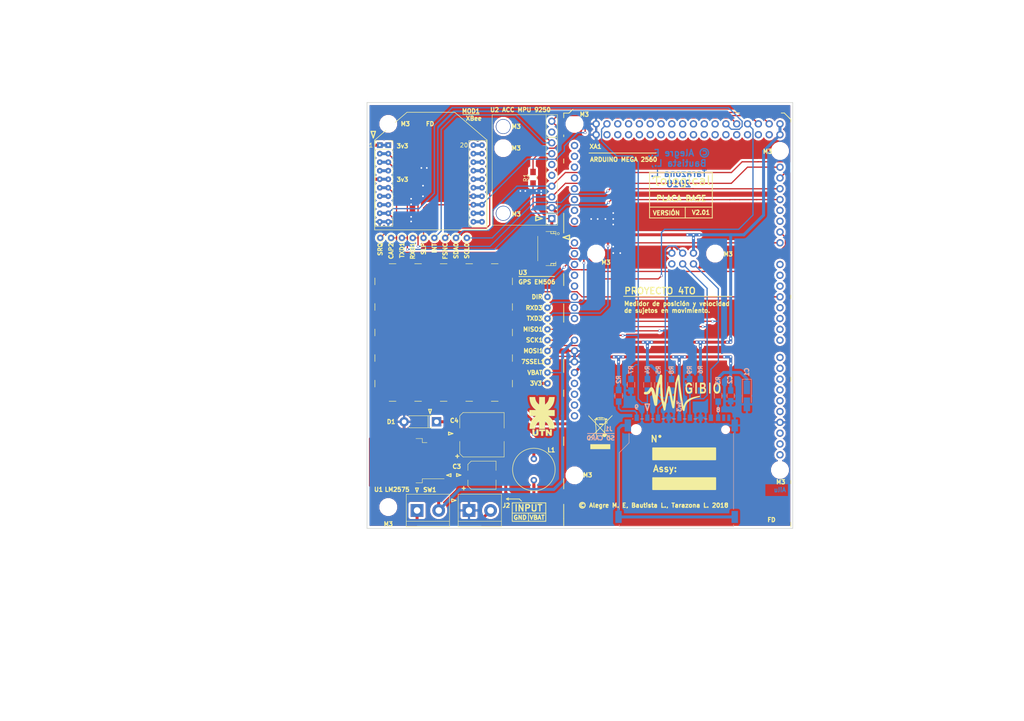
<source format=kicad_pcb>
(kicad_pcb (version 4) (host pcbnew 4.0.7-e2-6376~58~ubuntu16.04.1)
  (title_block (title TAUTOLOGIAL) (date 2018-10-30) (rev A) (company "UTN - FRBA") (comment 1 https://github.com/ealegremendoza/proyecto_4to) (comment 2 "Autores: Alegre M. E., Bautista L., Tarazona L.") (comment 3 "Medidor de posición y velocidad de sujetos en movimiento") (comment 4 "Sport Tracker"))
  (layers (0 F.Cu signal) (31 B.Cu signal) (34 B.Paste user) (35 F.Paste user) (36 B.SilkS user) (37 F.SilkS user) (38 B.Mask user) (39 F.Mask user) (44 Edge.Cuts user))
  (net 0 "")
  (net 1 +3V3)
  (net 2 GND)
  (net 3 /Alimentación/VBat)
  (net 4 /Microcontrolador/SSEL1)
  (net 5 /Microcontrolador/MOSI1)
  (net 6 /Microcontrolador/SCK1)
  (net 7 /Microcontrolador/MISO1)
  (net 8 "/Tarjeta SD/data1")
  (net 9 "/Tarjeta SD/data2")
  (net 10 "Net-(J1-Pad10)")
  (net 11 "Net-(J1-Pad11)")
  (net 12 "Net-(J1-Pad13)")
  (net 13 "Net-(J2-Pad2)")
  (net 14 "Net-(L1-Pad1)")
  (net 15 /Microcontrolador/RXD1)
  (net 16 /Microcontrolador/TXD1)
  (net 17 "Net-(MOD1-Pad4)")
  (net 18 /Microcontrolador/CAP2.1)
  (net 19 "Net-(MOD1-Pad7)")
  (net 20 "Net-(MOD1-Pad8)")
  (net 21 /Zigbee/SLRQ)
  (net 22 "Net-(MOD1-Pad18)")
  (net 23 "Net-(MOD1-Pad20)")
  (net 24 "Net-(MOD1-Pad19)")
  (net 25 "Net-(MOD1-Pad17)")
  (net 26 "Net-(MOD1-Pad16)")
  (net 27 "Net-(MOD1-Pad15)")
  (net 28 /Microcontrolador/SLEEP)
  (net 29 "Net-(MOD1-Pad11)")
  (net 30 "Net-(MOD1-Pad12)")
  (net 31 +5V)
  (net 32 "Net-(R1-Pad2)")
  (net 33 /Microcontrolador/SDA0)
  (net 34 /Microcontrolador/SCL0)
  (net 35 /Microcontrolador/INT)
  (net 36 /Microcontrolador/FSYNC)
  (net 37 /GPS/TXD3)
  (net 38 /GPS/RXD3)
  (net 39 /GPS/DIR)
  (net 40 "Net-(U2-Pad5)")
  (net 41 "Net-(U2-Pad6)")
  (net 42 "Net-(U2-Pad9)")
  (net 43 "Net-(XA1-PadRST2)")
  (net 44 "Net-(XA1-PadA0)")
  (net 45 "Net-(XA1-Pad3V3)")
  (net 46 "Net-(XA1-PadRST1)")
  (net 47 "Net-(XA1-PadIORF)")
  (net 48 "Net-(XA1-PadD17)")
  (net 49 "Net-(XA1-PadD16)")
  (net 50 "Net-(XA1-PadD0)")
  (net 51 "Net-(XA1-PadD1)")
  (net 52 "Net-(XA1-PadD2)")
  (net 53 "Net-(XA1-PadD4)")
  (net 54 "Net-(XA1-PadD5)")
  (net 55 "Net-(XA1-PadD6)")
  (net 56 "Net-(XA1-PadD7)")
  (net 57 "Net-(XA1-PadD8)")
  (net 58 "Net-(XA1-PadD9)")
  (net 59 "Net-(XA1-PadD10)")
  (net 60 "Net-(XA1-PadSCL)")
  (net 61 "Net-(XA1-PadSDA)")
  (net 62 "Net-(XA1-PadAREF)")
  (net 63 "Net-(XA1-PadD13)")
  (net 64 "Net-(XA1-PadD12)")
  (net 65 "Net-(XA1-PadD11)")
  (net 66 "Net-(XA1-PadA1)")
  (net 67 "Net-(XA1-PadA2)")
  (net 68 "Net-(XA1-PadA3)")
  (net 69 "Net-(XA1-PadA4)")
  (net 70 "Net-(XA1-PadA5)")
  (net 71 "Net-(XA1-PadA6)")
  (net 72 "Net-(XA1-PadA7)")
  (net 73 "Net-(XA1-PadA8)")
  (net 74 "Net-(XA1-PadA9)")
  (net 75 "Net-(XA1-PadA10)")
  (net 76 "Net-(XA1-PadA11)")
  (net 77 "Net-(XA1-PadA12)")
  (net 78 "Net-(XA1-PadA13)")
  (net 79 "Net-(XA1-PadA14)")
  (net 80 "Net-(XA1-PadA15)")
  (net 81 "Net-(XA1-PadD22)")
  (net 82 "Net-(XA1-PadD24)")
  (net 83 "Net-(XA1-PadD26)")
  (net 84 "Net-(XA1-PadD28)")
  (net 85 "Net-(XA1-PadD30)")
  (net 86 "Net-(XA1-PadD32)")
  (net 87 "Net-(XA1-PadD33)")
  (net 88 "Net-(XA1-PadD34)")
  (net 89 "Net-(XA1-PadD35)")
  (net 90 "Net-(XA1-PadD36)")
  (net 91 "Net-(XA1-PadD37)")
  (net 92 "Net-(XA1-PadD38)")
  (net 93 "Net-(XA1-PadD39)")
  (net 94 "Net-(XA1-PadD40)")
  (net 95 "Net-(XA1-PadD41)")
  (net 96 "Net-(XA1-PadD42)")
  (net 97 "Net-(XA1-PadD43)")
  (net 98 "Net-(XA1-PadD44)")
  (net 99 "Net-(XA1-PadD45)")
  (net 100 "Net-(XA1-PadD46)")
  (net 101 "Net-(XA1-PadD47)")
  (net 102 "Net-(XA1-PadD48)")
  (net 103 "Net-(XA1-PadD49)")
  (net 104 "Net-(XA1-PadD50)")
  (net 105 "Net-(XA1-PadD51)")
  (net 106 "Net-(XA1-PadD52)")
  (module footprints:xbee_xb24cz7pit_004 (layer F.Cu) (at 105 60)
    (fp_text reference MOD1 hide)
    (fp_text value XB24CZ7PIT-004)
    (fp_text user XBee (at 20.0696 -6.279) (layer F.SilkS) (effects (font (thickness 0.25))))
    (fp_text user 1 (at -4.06 0.03) (layer F.SilkS))
    (fp_text user %R (at 19.4092 -8.0062) (layer F.SilkS) (effects (font (thickness 0.25))))
    (fp_text user 20 (at 17.77 0.02) (layer F.SilkS))
    (pad 1 thru_hole rect (at 0 0) (size 1.35 1.35) (drill 0.5) (layers *.Cu *.Mask) (net 1 +3V3))
    (pad 1 thru_hole rect (at -2 0) (size 1.35 1.35) (drill 0.5) (layers *.Cu *.Mask) (net 1 +3V3))
    (pad 2 thru_hole oval (at 0 2) (size 1.35 1.35) (drill 0.5) (layers *.Cu *.Mask) (net 15 /Microcontrolador/RXD1))
    (pad 2 thru_hole oval (at -2 2) (size 1.35 1.35) (drill 0.5) (layers *.Cu *.Mask) (net 15 /Microcontrolador/RXD1))
    (pad 3 thru_hole oval (at 0 4) (size 1.35 1.35) (drill 0.5) (layers *.Cu *.Mask) (net 16 /Microcontrolador/TXD1))
    (pad 3 thru_hole oval (at -2 4) (size 1.35 1.35) (drill 0.5) (layers *.Cu *.Mask) (net 16 /Microcontrolador/TXD1))
    (pad 4 thru_hole oval (at 0 6) (size 1.35 1.35) (drill 0.5) (layers *.Cu *.Mask) (net 17 "Net-(MOD1-Pad4)"))
    (pad 4 thru_hole oval (at -2 6) (size 1.35 1.35) (drill 0.5) (layers *.Cu *.Mask) (net 17 "Net-(MOD1-Pad4)"))
    (pad 5 thru_hole oval (at 0 8) (size 1.35 1.35) (drill 0.5) (layers *.Cu *.Mask) (net 1 +3V3))
    (pad 5 thru_hole oval (at -2 8) (size 1.35 1.35) (drill 0.5) (layers *.Cu *.Mask) (net 1 +3V3))
    (pad 6 thru_hole oval (at 0 10) (size 1.35 1.35) (drill 0.5) (layers *.Cu *.Mask) (net 18 /Microcontrolador/CAP2.1))
    (pad 6 thru_hole oval (at -2 10) (size 1.35 1.35) (drill 0.5) (layers *.Cu *.Mask) (net 18 /Microcontrolador/CAP2.1))
    (pad 7 thru_hole oval (at 0 12) (size 1.35 1.35) (drill 0.5) (layers *.Cu *.Mask) (net 19 "Net-(MOD1-Pad7)"))
    (pad 7 thru_hole oval (at -2 12) (size 1.35 1.35) (drill 0.5) (layers *.Cu *.Mask) (net 19 "Net-(MOD1-Pad7)"))
    (pad 8 thru_hole oval (at 0 14) (size 1.35 1.35) (drill 0.5) (layers *.Cu *.Mask) (net 20 "Net-(MOD1-Pad8)"))
    (pad 8 thru_hole oval (at -2 14) (size 1.35 1.35) (drill 0.5) (layers *.Cu *.Mask) (net 20 "Net-(MOD1-Pad8)"))
    (pad 9 thru_hole oval (at 0 16) (size 1.35 1.35) (drill 0.5) (layers *.Cu *.Mask) (net 21 /Zigbee/SLRQ))
    (pad 9 thru_hole oval (at -2 16) (size 1.35 1.35) (drill 0.5) (layers *.Cu *.Mask) (net 21 /Zigbee/SLRQ))
    (pad 10 thru_hole oval (at 0 18) (size 1.35 1.35) (drill 0.5) (layers *.Cu *.Mask) (net 2 GND))
    (pad 10 thru_hole oval (at -2 18) (size 1.35 1.35) (drill 0.5) (layers *.Cu *.Mask) (net 2 GND))
    (pad 18 thru_hole oval (at 22 4) (size 1.35 1.35) (drill 0.5) (layers *.Cu *.Mask) (net 22 "Net-(MOD1-Pad18)"))
    (pad 20 thru_hole circle (at 22 0) (size 1.35 1.35) (drill 0.5) (layers *.Cu *.Mask) (net 23 "Net-(MOD1-Pad20)"))
    (pad 20 thru_hole oval (at 20 0) (size 1.35 1.35) (drill 0.5) (layers *.Cu *.Mask) (net 23 "Net-(MOD1-Pad20)"))
    (pad 19 thru_hole oval (at 22 2) (size 1.35 1.35) (drill 0.5) (layers *.Cu *.Mask) (net 24 "Net-(MOD1-Pad19)"))
    (pad 19 thru_hole oval (at 20 2) (size 1.35 1.35) (drill 0.5) (layers *.Cu *.Mask) (net 24 "Net-(MOD1-Pad19)"))
    (pad 18 thru_hole oval (at 20 4) (size 1.35 1.35) (drill 0.5) (layers *.Cu *.Mask) (net 22 "Net-(MOD1-Pad18)"))
    (pad 17 thru_hole oval (at 22 6) (size 1.35 1.35) (drill 0.5) (layers *.Cu *.Mask) (net 25 "Net-(MOD1-Pad17)"))
    (pad 17 thru_hole oval (at 20 6) (size 1.35 1.35) (drill 0.5) (layers *.Cu *.Mask) (net 25 "Net-(MOD1-Pad17)"))
    (pad 16 thru_hole oval (at 20 8) (size 1.35 1.35) (drill 0.5) (layers *.Cu *.Mask) (net 26 "Net-(MOD1-Pad16)"))
    (pad 15 thru_hole oval (at 22 10) (size 1.35 1.35) (drill 0.5) (layers *.Cu *.Mask) (net 27 "Net-(MOD1-Pad15)"))
    (pad 15 thru_hole oval (at 20 10) (size 1.35 1.35) (drill 0.5) (layers *.Cu *.Mask) (net 27 "Net-(MOD1-Pad15)"))
    (pad 14 thru_hole oval (at 22 12) (size 1.35 1.35) (drill 0.5) (layers *.Cu *.Mask) (net 2 GND))
    (pad 16 thru_hole oval (at 22 8) (size 1.35 1.35) (drill 0.5) (layers *.Cu *.Mask) (net 26 "Net-(MOD1-Pad16)"))
    (pad 13 thru_hole oval (at 22 14) (size 1.35 1.35) (drill 0.5) (layers *.Cu *.Mask) (net 28 /Microcontrolador/SLEEP))
    (pad 14 thru_hole oval (at 20 12) (size 1.35 1.35) (drill 0.5) (layers *.Cu *.Mask) (net 2 GND))
    (pad 13 thru_hole oval (at 20 14) (size 1.35 1.35) (drill 0.5) (layers *.Cu *.Mask) (net 28 /Microcontrolador/SLEEP))
    (pad 11 thru_hole oval (at 22 18) (size 1.35 1.35) (drill 0.5) (layers *.Cu *.Mask) (net 29 "Net-(MOD1-Pad11)"))
    (pad 12 thru_hole oval (at 20 16) (size 1.35 1.35) (drill 0.5) (layers *.Cu *.Mask) (net 30 "Net-(MOD1-Pad12)"))
    (pad 12 thru_hole oval (at 22 16) (size 1.35 1.35) (drill 0.5) (layers *.Cu *.Mask) (net 30 "Net-(MOD1-Pad12)"))
    (pad 11 thru_hole oval (at 20 18) (size 1.35 1.35) (drill 0.5) (layers *.Cu *.Mask) (net 29 "Net-(MOD1-Pad11)"))
  )
  (module footprints:Choke_PK0810 (layer F.Cu) (at 139.192 136.184 270)
    (fp_text reference L1 (at -4.5739 -4.10464 360) (layer F.SilkS) (effects (font (thickness 0.25))))
    (fp_text value L_Core_Ferrite)
    (pad 1 thru_hole circle (at -2.5 0 270) (size 1.524 1.524) (drill 0.762) (layers *.Cu *.Mask) (net 14 "Net-(L1-Pad1)"))
    (pad 2 thru_hole circle (at 2.5 0 270) (size 1.524 1.524) (drill 0.762) (layers *.Cu *.Mask) (net 1 +3V3))
  )
  (module footprints:Arduino_Mega2560_Shield_flippedONtop (layer B.Cu) (at 146.2 151.52 90)
    (fp_text reference XA1 (at 91.195 7.47 180) (layer F.SilkS) (effects (font (thickness 0.25))))
    (fp_text value Arduino_Mega2560_Shield)
    (fp_text user . (at 62.484 32.004 90) (layer F.SilkS))
    (pad RST2 thru_hole oval (at 63.627 25.4 90) (size 1.7272 1.7272) (drill 1.016) (layers *.Cu *.Mask) (net 43 "Net-(XA1-PadRST2)"))
    (pad GND4 thru_hole oval (at 66.167 25.4 90) (size 1.7272 1.7272) (drill 1.016) (layers *.Cu *.Mask) (net 2 GND))
    (pad MOSI thru_hole oval (at 66.167 27.94 90) (size 1.7272 1.7272) (drill 1.016) (layers *.Cu *.Mask) (net 5 /Microcontrolador/MOSI1))
    (pad SCK thru_hole oval (at 63.627 27.94 90) (size 1.7272 1.7272) (drill 1.016) (layers *.Cu *.Mask) (net 6 /Microcontrolador/SCK1))
    (pad 5V2 thru_hole oval (at 66.167 30.48 90) (size 1.7272 1.7272) (drill 1.016) (layers *.Cu *.Mask) (net 31 +5V))
    (pad A0 thru_hole oval (at 50.8 2.54 90) (size 1.7272 1.7272) (drill 1.016) (layers *.Cu *.Mask) (net 44 "Net-(XA1-PadA0)"))
    (pad VIN thru_hole oval (at 45.72 2.54 90) (size 1.7272 1.7272) (drill 1.016) (layers *.Cu *.Mask) (net 3 /Alimentación/VBat))
    (pad GND3 thru_hole oval (at 43.18 2.54 90) (size 1.7272 1.7272) (drill 1.016) (layers *.Cu *.Mask) (net 2 GND))
    (pad GND2 thru_hole oval (at 40.64 2.54 90) (size 1.7272 1.7272) (drill 1.016) (layers *.Cu *.Mask) (net 2 GND))
    (pad 5V1 thru_hole oval (at 38.1 2.54 90) (size 1.7272 1.7272) (drill 1.016) (layers *.Cu *.Mask) (net 31 +5V))
    (pad 3V3 thru_hole oval (at 35.56 2.54 90) (size 1.7272 1.7272) (drill 1.016) (layers *.Cu *.Mask) (net 45 "Net-(XA1-Pad3V3)"))
    (pad RST1 thru_hole oval (at 33.02 2.54 90) (size 1.7272 1.7272) (drill 1.016) (layers *.Cu *.Mask) (net 46 "Net-(XA1-PadRST1)"))
    (pad IORF thru_hole oval (at 30.48 2.54 90) (size 1.7272 1.7272) (drill 1.016) (layers *.Cu *.Mask) (net 47 "Net-(XA1-PadIORF)"))
    (pad D21 thru_hole oval (at 86.36 50.8 90) (size 1.7272 1.7272) (drill 1.016) (layers *.Cu *.Mask) (net 34 /Microcontrolador/SCL0))
    (pad D20 thru_hole oval (at 83.82 50.8 90) (size 1.7272 1.7272) (drill 1.016) (layers *.Cu *.Mask) (net 33 /Microcontrolador/SDA0))
    (pad D19 thru_hole oval (at 81.28 50.8 90) (size 1.7272 1.7272) (drill 1.016) (layers *.Cu *.Mask) (net 15 /Microcontrolador/RXD1))
    (pad D18 thru_hole oval (at 78.74 50.8 90) (size 1.7272 1.7272) (drill 1.016) (layers *.Cu *.Mask) (net 16 /Microcontrolador/TXD1))
    (pad D17 thru_hole oval (at 76.2 50.8 90) (size 1.7272 1.7272) (drill 1.016) (layers *.Cu *.Mask) (net 48 "Net-(XA1-PadD17)"))
    (pad D16 thru_hole oval (at 73.66 50.8 90) (size 1.7272 1.7272) (drill 1.016) (layers *.Cu *.Mask) (net 49 "Net-(XA1-PadD16)"))
    (pad D15 thru_hole oval (at 71.12 50.8 90) (size 1.7272 1.7272) (drill 1.016) (layers *.Cu *.Mask) (net 38 /GPS/RXD3))
    (pad D14 thru_hole oval (at 68.58 50.8 90) (size 1.7272 1.7272) (drill 1.016) (layers *.Cu *.Mask) (net 37 /GPS/TXD3))
    (pad D0 thru_hole oval (at 63.5 50.8 90) (size 1.7272 1.7272) (drill 1.016) (layers *.Cu *.Mask) (net 50 "Net-(XA1-PadD0)"))
    (pad D1 thru_hole oval (at 60.96 50.8 90) (size 1.7272 1.7272) (drill 1.016) (layers *.Cu *.Mask) (net 51 "Net-(XA1-PadD1)"))
    (pad D2 thru_hole oval (at 58.42 50.8 90) (size 1.7272 1.7272) (drill 1.016) (layers *.Cu *.Mask) (net 52 "Net-(XA1-PadD2)"))
    (pad D3 thru_hole oval (at 55.88 50.8 90) (size 1.7272 1.7272) (drill 1.016) (layers *.Cu *.Mask) (net 18 /Microcontrolador/CAP2.1))
    (pad D4 thru_hole oval (at 53.34 50.8 90) (size 1.7272 1.7272) (drill 1.016) (layers *.Cu *.Mask) (net 53 "Net-(XA1-PadD4)"))
    (pad D5 thru_hole oval (at 50.8 50.8 90) (size 1.7272 1.7272) (drill 1.016) (layers *.Cu *.Mask) (net 54 "Net-(XA1-PadD5)"))
    (pad D6 thru_hole oval (at 48.26 50.8 90) (size 1.7272 1.7272) (drill 1.016) (layers *.Cu *.Mask) (net 55 "Net-(XA1-PadD6)"))
    (pad D7 thru_hole oval (at 45.72 50.8 90) (size 1.7272 1.7272) (drill 1.016) (layers *.Cu *.Mask) (net 56 "Net-(XA1-PadD7)"))
    (pad GND1 thru_hole oval (at 26.416 50.8 90) (size 1.7272 1.7272) (drill 1.016) (layers *.Cu *.Mask) (net 2 GND))
    (pad D8 thru_hole oval (at 41.656 50.8 90) (size 1.7272 1.7272) (drill 1.016) (layers *.Cu *.Mask) (net 57 "Net-(XA1-PadD8)"))
    (pad D9 thru_hole oval (at 39.116 50.8 90) (size 1.7272 1.7272) (drill 1.016) (layers *.Cu *.Mask) (net 58 "Net-(XA1-PadD9)"))
    (pad D10 thru_hole oval (at 36.576 50.8 90) (size 1.7272 1.7272) (drill 1.016) (layers *.Cu *.Mask) (net 59 "Net-(XA1-PadD10)"))
    (pad "" np_thru_hole circle (at 66.04 7.62 90) (size 3.2 3.2) (drill 3.2) (layers *.Cu *.Mask))
    (pad "" np_thru_hole circle (at 66.04 35.56 90) (size 3.2 3.2) (drill 3.2) (layers *.Cu *.Mask))
    (pad "" np_thru_hole circle (at 90.17 50.8 90) (size 3.2 3.2) (drill 3.2) (layers *.Cu *.Mask))
    (pad "" np_thru_hole circle (at 15.24 50.8 90) (size 3.2 3.2) (drill 3.2) (layers *.Cu *.Mask))
    (pad "" np_thru_hole circle (at 96.52 2.54 90) (size 3.2 3.2) (drill 3.2) (layers *.Cu *.Mask))
    (pad "" np_thru_hole circle (at 13.97 2.54 90) (size 3.2 3.2) (drill 3.2) (layers *.Cu *.Mask))
    (pad SCL thru_hole oval (at 18.796 50.8 90) (size 1.7272 1.7272) (drill 1.016) (layers *.Cu *.Mask) (net 60 "Net-(XA1-PadSCL)"))
    (pad SDA thru_hole oval (at 21.336 50.8 90) (size 1.7272 1.7272) (drill 1.016) (layers *.Cu *.Mask) (net 61 "Net-(XA1-PadSDA)"))
    (pad AREF thru_hole oval (at 23.876 50.8 90) (size 1.7272 1.7272) (drill 1.016) (layers *.Cu *.Mask) (net 62 "Net-(XA1-PadAREF)"))
    (pad D13 thru_hole oval (at 28.956 50.8 90) (size 1.7272 1.7272) (drill 1.016) (layers *.Cu *.Mask) (net 63 "Net-(XA1-PadD13)"))
    (pad D12 thru_hole oval (at 31.496 50.8 90) (size 1.7272 1.7272) (drill 1.016) (layers *.Cu *.Mask) (net 64 "Net-(XA1-PadD12)"))
    (pad D11 thru_hole oval (at 34.036 50.8 90) (size 1.7272 1.7272) (drill 1.016) (layers *.Cu *.Mask) (net 65 "Net-(XA1-PadD11)"))
    (pad "" thru_hole oval (at 27.94 2.54 90) (size 1.7272 1.7272) (drill 1.016) (layers *.Cu *.Mask))
    (pad A1 thru_hole oval (at 53.34 2.54 90) (size 1.7272 1.7272) (drill 1.016) (layers *.Cu *.Mask) (net 66 "Net-(XA1-PadA1)"))
    (pad A2 thru_hole oval (at 55.88 2.54 90) (size 1.7272 1.7272) (drill 1.016) (layers *.Cu *.Mask) (net 67 "Net-(XA1-PadA2)"))
    (pad A3 thru_hole oval (at 58.42 2.54 90) (size 1.7272 1.7272) (drill 1.016) (layers *.Cu *.Mask) (net 68 "Net-(XA1-PadA3)"))
    (pad A4 thru_hole oval (at 60.96 2.54 90) (size 1.7272 1.7272) (drill 1.016) (layers *.Cu *.Mask) (net 69 "Net-(XA1-PadA4)"))
    (pad A5 thru_hole oval (at 63.5 2.54 90) (size 1.7272 1.7272) (drill 1.016) (layers *.Cu *.Mask) (net 70 "Net-(XA1-PadA5)"))
    (pad A6 thru_hole oval (at 66.04 2.54 90) (size 1.7272 1.7272) (drill 1.016) (layers *.Cu *.Mask) (net 71 "Net-(XA1-PadA6)"))
    (pad A7 thru_hole oval (at 68.58 2.54 90) (size 1.7272 1.7272) (drill 1.016) (layers *.Cu *.Mask) (net 72 "Net-(XA1-PadA7)"))
    (pad A8 thru_hole oval (at 73.66 2.54 90) (size 1.7272 1.7272) (drill 1.016) (layers *.Cu *.Mask) (net 73 "Net-(XA1-PadA8)"))
    (pad A9 thru_hole oval (at 76.2 2.54 90) (size 1.7272 1.7272) (drill 1.016) (layers *.Cu *.Mask) (net 74 "Net-(XA1-PadA9)"))
    (pad A10 thru_hole oval (at 78.74 2.54 90) (size 1.7272 1.7272) (drill 1.016) (layers *.Cu *.Mask) (net 75 "Net-(XA1-PadA10)"))
    (pad A11 thru_hole oval (at 81.28 2.54 90) (size 1.7272 1.7272) (drill 1.016) (layers *.Cu *.Mask) (net 76 "Net-(XA1-PadA11)"))
    (pad A12 thru_hole oval (at 83.82 2.54 90) (size 1.7272 1.7272) (drill 1.016) (layers *.Cu *.Mask) (net 77 "Net-(XA1-PadA12)"))
    (pad A13 thru_hole oval (at 86.36 2.54 90) (size 1.7272 1.7272) (drill 1.016) (layers *.Cu *.Mask) (net 78 "Net-(XA1-PadA13)"))
    (pad A14 thru_hole oval (at 88.9 2.54 90) (size 1.7272 1.7272) (drill 1.016) (layers *.Cu *.Mask) (net 79 "Net-(XA1-PadA14)"))
    (pad A15 thru_hole oval (at 91.44 2.54 90) (size 1.7272 1.7272) (drill 1.016) (layers *.Cu *.Mask) (net 80 "Net-(XA1-PadA15)"))
    (pad 5V3 thru_hole oval (at 93.98 50.8 90) (size 1.7272 1.7272) (drill 1.016) (layers *.Cu *.Mask) (net 31 +5V))
    (pad 5V4 thru_hole oval (at 96.52 50.8 90) (size 1.7272 1.7272) (drill 1.016) (layers *.Cu *.Mask) (net 31 +5V))
    (pad D22 thru_hole oval (at 93.98 48.26 90) (size 1.7272 1.7272) (drill 1.016) (layers *.Cu *.Mask) (net 81 "Net-(XA1-PadD22)"))
    (pad D23 thru_hole oval (at 96.52 48.26 90) (size 1.7272 1.7272) (drill 1.016) (layers *.Cu *.Mask) (net 35 /Microcontrolador/INT))
    (pad D24 thru_hole oval (at 93.98 45.72 90) (size 1.7272 1.7272) (drill 1.016) (layers *.Cu *.Mask) (net 82 "Net-(XA1-PadD24)"))
    (pad D25 thru_hole oval (at 96.52 45.72 90) (size 1.7272 1.7272) (drill 1.016) (layers *.Cu *.Mask) (net 36 /Microcontrolador/FSYNC))
    (pad D26 thru_hole oval (at 93.98 43.18 90) (size 1.7272 1.7272) (drill 1.016) (layers *.Cu *.Mask) (net 83 "Net-(XA1-PadD26)"))
    (pad D27 thru_hole oval (at 96.52 43.18 90) (size 1.7272 1.7272) (drill 1.016) (layers *.Cu *.Mask) (net 39 /GPS/DIR))
    (pad D28 thru_hole oval (at 93.98 40.64 90) (size 1.7272 1.7272) (drill 1.016) (layers *.Cu *.Mask) (net 84 "Net-(XA1-PadD28)"))
    (pad D29 thru_hole oval (at 96.52 40.64 90) (size 1.7272 1.7272) (drill 1.016) (layers *.Cu *.Mask) (net 28 /Microcontrolador/SLEEP))
    (pad D30 thru_hole oval (at 93.98 38.1 90) (size 1.7272 1.7272) (drill 1.016) (layers *.Cu *.Mask) (net 85 "Net-(XA1-PadD30)"))
    (pad D31 thru_hole oval (at 96.52 38.1 90) (size 1.7272 1.7272) (drill 1.016) (layers *.Cu *.Mask) (net 21 /Zigbee/SLRQ))
    (pad D32 thru_hole oval (at 93.98 35.56 90) (size 1.7272 1.7272) (drill 1.016) (layers *.Cu *.Mask) (net 86 "Net-(XA1-PadD32)"))
    (pad D33 thru_hole oval (at 96.52 35.56 90) (size 1.7272 1.7272) (drill 1.016) (layers *.Cu *.Mask) (net 87 "Net-(XA1-PadD33)"))
    (pad D34 thru_hole oval (at 93.98 33.02 90) (size 1.7272 1.7272) (drill 1.016) (layers *.Cu *.Mask) (net 88 "Net-(XA1-PadD34)"))
    (pad D35 thru_hole oval (at 96.52 33.02 90) (size 1.7272 1.7272) (drill 1.016) (layers *.Cu *.Mask) (net 89 "Net-(XA1-PadD35)"))
    (pad D36 thru_hole oval (at 93.98 30.48 90) (size 1.7272 1.7272) (drill 1.016) (layers *.Cu *.Mask) (net 90 "Net-(XA1-PadD36)"))
    (pad D37 thru_hole oval (at 96.52 30.48 90) (size 1.7272 1.7272) (drill 1.016) (layers *.Cu *.Mask) (net 91 "Net-(XA1-PadD37)"))
    (pad D38 thru_hole oval (at 93.98 27.94 90) (size 1.7272 1.7272) (drill 1.016) (layers *.Cu *.Mask) (net 92 "Net-(XA1-PadD38)"))
    (pad D39 thru_hole oval (at 96.52 27.94 90) (size 1.7272 1.7272) (drill 1.016) (layers *.Cu *.Mask) (net 93 "Net-(XA1-PadD39)"))
    (pad D40 thru_hole oval (at 93.98 25.4 90) (size 1.7272 1.7272) (drill 1.016) (layers *.Cu *.Mask) (net 94 "Net-(XA1-PadD40)"))
    (pad D41 thru_hole oval (at 96.52 25.4 90) (size 1.7272 1.7272) (drill 1.016) (layers *.Cu *.Mask) (net 95 "Net-(XA1-PadD41)"))
    (pad D42 thru_hole oval (at 93.98 22.86 90) (size 1.7272 1.7272) (drill 1.016) (layers *.Cu *.Mask) (net 96 "Net-(XA1-PadD42)"))
    (pad D43 thru_hole oval (at 96.52 22.86 90) (size 1.7272 1.7272) (drill 1.016) (layers *.Cu *.Mask) (net 97 "Net-(XA1-PadD43)"))
    (pad D44 thru_hole oval (at 93.98 20.32 90) (size 1.7272 1.7272) (drill 1.016) (layers *.Cu *.Mask) (net 98 "Net-(XA1-PadD44)"))
    (pad D45 thru_hole oval (at 96.52 20.32 90) (size 1.7272 1.7272) (drill 1.016) (layers *.Cu *.Mask) (net 99 "Net-(XA1-PadD45)"))
    (pad D46 thru_hole oval (at 93.98 17.78 90) (size 1.7272 1.7272) (drill 1.016) (layers *.Cu *.Mask) (net 100 "Net-(XA1-PadD46)"))
    (pad D47 thru_hole oval (at 96.52 17.78 90) (size 1.7272 1.7272) (drill 1.016) (layers *.Cu *.Mask) (net 101 "Net-(XA1-PadD47)"))
    (pad D48 thru_hole oval (at 93.98 15.24 90) (size 1.7272 1.7272) (drill 1.016) (layers *.Cu *.Mask) (net 102 "Net-(XA1-PadD48)"))
    (pad D49 thru_hole oval (at 96.52 15.24 90) (size 1.7272 1.7272) (drill 1.016) (layers *.Cu *.Mask) (net 103 "Net-(XA1-PadD49)"))
    (pad D50 thru_hole oval (at 93.98 12.7 90) (size 1.7272 1.7272) (drill 1.016) (layers *.Cu *.Mask) (net 104 "Net-(XA1-PadD50)"))
    (pad D51 thru_hole oval (at 96.52 12.7 90) (size 1.7272 1.7272) (drill 1.016) (layers *.Cu *.Mask) (net 105 "Net-(XA1-PadD51)"))
    (pad D52 thru_hole oval (at 93.98 10.16 90) (size 1.7272 1.7272) (drill 1.016) (layers *.Cu *.Mask) (net 106 "Net-(XA1-PadD52)"))
    (pad D53 thru_hole oval (at 96.52 10.16 90) (size 1.7272 1.7272) (drill 1.016) (layers *.Cu *.Mask) (net 4 /Microcontrolador/SSEL1))
    (pad GND5 thru_hole oval (at 93.98 7.62 90) (size 1.7272 1.7272) (drill 1.016) (layers *.Cu *.Mask) (net 2 GND))
    (pad GND6 thru_hole oval (at 96.52 7.62 90) (size 1.7272 1.7272) (drill 1.016) (layers *.Cu *.Mask) (net 2 GND))
    (pad MISO thru_hole oval (at 63.627 30.48 90) (size 1.7272 1.7272) (drill 1.016) (layers *.Cu *.Mask) (net 7 /Microcontrolador/MISO1))
  )
  (module Mounting_Holes:MountingHole_3.2mm_M3_DIN965 (layer F.Cu) (at 105 145)
    (fp_text reference M3 (at 0 4) (layer F.SilkS) (effects (font (thickness 0.25))))
    (fp_text value MountingHole_3.2mm_M3_DIN965)
    (pad 1 np_thru_hole circle (at 0 0) (size 3.2 3.2) (drill 3.2) (layers *.Cu *.Mask))
  )
  (module Capacitors_Tantalum_SMD:CP_Tantalum_Case-A_EIA-3216-18_Hand (layer B.Cu) (at 189.23 118.872 270)
    (fp_text reference C1 (at -5.588 0.0254 270) (layer B.SilkS) (effects (font (thickness 0.25)) (justify mirror)))
    (fp_text value "1uF x 16V" hide)
    (pad 1 smd rect (at -2 0 270) (size 3.2 1.5) (layers B.Cu B.Paste B.Mask) (net 1 +3V3))
    (pad 2 smd rect (at 2 0 270) (size 3.2 1.5) (layers B.Cu B.Paste B.Mask) (net 2 GND))
  )
  (module Capacitors_SMD:C_0805_HandSoldering (layer B.Cu) (at 185.42 118.872 270)
    (fp_text reference C2 (at -3.77444 0.17526 270) (layer B.SilkS) (effects (font (thickness 0.25)) (justify mirror)))
    (fp_text value 100n hide)
    (pad 1 smd rect (at -1.25 0 270) (size 1.5 1.25) (layers B.Cu B.Paste B.Mask) (net 1 +3V3))
    (pad 2 smd rect (at 1.25 0 270) (size 1.5 1.25) (layers B.Cu B.Paste B.Mask) (net 2 GND))
  )
  (module Capacitors_SMD:CP_Elec_6.3x5.3 (layer F.Cu) (at 127 137.5156)
    (fp_text reference C3 (at -5.9182 -2.032) (layer F.SilkS) (effects (font (thickness 0.25))))
    (fp_text value 100u)
    (fp_text user + (at -4.28 3.01) (layer F.SilkS) (effects (font (thickness 0.25))))
    (pad 1 smd rect (at -2.7 0 180) (size 3.5 1.6) (layers F.Cu F.Paste F.Mask) (net 3 /Alimentación/VBat))
    (pad 2 smd rect (at 2.7 0 180) (size 3.5 1.6) (layers F.Cu F.Paste F.Mask) (net 2 GND))
  )
  (module Capacitors_SMD:CP_Elec_10x10.5 (layer F.Cu) (at 127 128.016)
    (fp_text reference C4 (at -6.5024 -3.3274) (layer F.SilkS) (effects (font (thickness 0.25))))
    (fp_text value 330u)
    (fp_text user + (at -5.78 4.97) (layer F.SilkS) (effects (font (thickness 0.25))))
    (pad 1 smd rect (at -4 0 180) (size 4 2.5) (layers F.Cu F.Paste F.Mask) (net 1 +3V3))
    (pad 2 smd rect (at 4 0 180) (size 4 2.5) (layers F.Cu F.Paste F.Mask) (net 2 GND))
  )
  (module Diodes_THT:D_DO-41_SOD81_P7.62mm_Horizontal (layer F.Cu) (at 116.332 124.968 180)
    (fp_text reference D1 (at 10.668 0 180) (layer F.SilkS) (effects (font (thickness 0.25))))
    (fp_text value 1N5817)
    (pad 1 thru_hole rect (at 0 0 180) (size 2.2 2.2) (drill 1.1) (layers *.Cu *.Mask) (net 1 +3V3))
    (pad 2 thru_hole oval (at 7.62 0 180) (size 2.2 2.2) (drill 1.1) (layers *.Cu *.Mask) (net 2 GND))
  )
  (module footprints:SD_TE_2041021_edit (layer B.Cu) (at 172.72 136 180)
    (fp_text reference J1 (at 15.92072 9.35814 180) (layer B.SilkS) (effects (font (thickness 0.25)) (justify mirror)))
    (fp_text value SD_Card)
    (pad 1 smd rect (at 6.875 11.975 180) (size 1 1.5) (layers B.Cu B.Paste B.Mask) (net 4 /Microcontrolador/SSEL1))
    (pad 2 smd rect (at 4.375 11.975 180) (size 1 1.5) (layers B.Cu B.Paste B.Mask) (net 5 /Microcontrolador/MOSI1))
    (pad 3 smd rect (at 1.875 11.975 180) (size 1 1.5) (layers B.Cu B.Paste B.Mask) (net 2 GND))
    (pad 4 smd rect (at -0.625 11.975 180) (size 1 1.5) (layers B.Cu B.Paste B.Mask) (net 1 +3V3))
    (pad 5 smd rect (at -3.125 11.975 180) (size 1 1.5) (layers B.Cu B.Paste B.Mask) (net 6 /Microcontrolador/SCK1))
    (pad 6 smd rect (at -5.625 11.975 180) (size 1 1.5) (layers B.Cu B.Paste B.Mask) (net 2 GND))
    (pad 7 smd rect (at -8.055 11.975 180) (size 1 1.5) (layers B.Cu B.Paste B.Mask) (net 7 /Microcontrolador/MISO1))
    (pad 8 smd rect (at -9.755 11.975 180) (size 1 1.5) (layers B.Cu B.Paste B.Mask) (net 8 "/Tarjeta SD/data1"))
    (pad 9 smd rect (at 9.375 11.975 180) (size 1 1.5) (layers B.Cu B.Paste B.Mask) (net 9 "/Tarjeta SD/data2"))
    (pad 10 smd rect (at -11.055 11.975 180) (size 0.7 1.5) (layers B.Cu B.Paste B.Mask) (net 10 "Net-(J1-Pad10)"))
    (pad 11 smd rect (at -12.255 11.975 180) (size 0.7 1.5) (layers B.Cu B.Paste B.Mask) (net 11 "Net-(J1-Pad11)"))
    (pad "" np_thru_hole circle (at 9.5 9.175 180) (size 1.6 1.6) (drill 1.6) (layers *.Cu *.Mask))
    (pad "" np_thru_hole circle (at -11.5 9.175 180) (size 1.1 1.1) (drill 1.1) (layers *.Cu *.Mask))
    (pad 13 smd rect (at 11.45 10.175 180) (size 1.5 2.8) (layers B.Cu B.Paste B.Mask) (net 12 "Net-(J1-Pad13)"))
    (pad 13 smd rect (at 13.65 -11.325 180) (size 1.5 2.8) (layers B.Cu B.Paste B.Mask) (net 12 "Net-(J1-Pad13)"))
    (pad 13 smd rect (at -13.65 -11.325 180) (size 1.5 2.8) (layers B.Cu B.Paste B.Mask) (net 12 "Net-(J1-Pad13)"))
    (pad 12 smd rect (at -13.65 10.175 180) (size 1.5 2.8) (layers B.Cu B.Paste B.Mask) (net 2 GND))
  )
  (module Resistors_SMD:R_0805_HandSoldering (layer F.Cu) (at 139 67.65 90)
    (fp_text reference R1 (at 0 -1.7 90) (layer F.SilkS))
    (fp_text value 0R)
    (pad 1 smd rect (at -1.35 0 90) (size 1.5 1.3) (layers F.Cu F.Paste F.Mask) (net 31 +5V))
    (pad 2 smd rect (at 1.35 0 90) (size 1.5 1.3) (layers F.Cu F.Paste F.Mask) (net 32 "Net-(R1-Pad2)"))
  )
  (module Resistors_SMD:R_0805_HandSoldering (layer B.Cu) (at 165.862 116.296464 270)
    (fp_text reference R4 (at -3.520464 0 270) (layer B.SilkS) (effects (font (thickness 0.25)) (justify mirror)))
    (fp_text value r4 hide)
    (pad 1 smd rect (at -1.35 0 270) (size 1.5 1.3) (layers B.Cu B.Paste B.Mask) (net 31 +5V))
    (pad 2 smd rect (at 1.35 0 270) (size 1.5 1.3) (layers B.Cu B.Paste B.Mask) (net 4 /Microcontrolador/SSEL1))
  )
  (module Resistors_SMD:R_0805_HandSoldering (layer B.Cu) (at 168.4528 116.3066 270)
    (fp_text reference R5 (at -3.520464 0 270) (layer B.SilkS) (effects (font (thickness 0.25)) (justify mirror)))
    (fp_text value r5 hide)
    (pad 1 smd rect (at -1.35 0 270) (size 1.5 1.3) (layers B.Cu B.Paste B.Mask) (net 31 +5V))
    (pad 2 smd rect (at 1.35 0 270) (size 1.5 1.3) (layers B.Cu B.Paste B.Mask) (net 5 /Microcontrolador/MOSI1))
  )
  (module Resistors_SMD:R_0805_HandSoldering (layer B.Cu) (at 178.308 116.296464 270)
    (fp_text reference R6 (at -3.571264 0 270) (layer B.SilkS) (effects (font (thickness 0.25)) (justify mirror)))
    (fp_text value r6 hide)
    (pad 1 smd rect (at -1.35 0 270) (size 1.5 1.3) (layers B.Cu B.Paste B.Mask) (net 31 +5V))
    (pad 2 smd rect (at 1.35 0 270) (size 1.5 1.3) (layers B.Cu B.Paste B.Mask) (net 6 /Microcontrolador/SCK1))
  )
  (module Resistors_SMD:R_0805_HandSoldering (layer B.Cu) (at 162.0012 116.2812 270)
    (fp_text reference R7 (at -3.545864 0 270) (layer B.SilkS) (effects (font (thickness 0.25)) (justify mirror)))
    (fp_text value r7 hide)
    (pad 1 smd rect (at -1.35 0 270) (size 1.5 1.3) (layers B.Cu B.Paste B.Mask) (net 4 /Microcontrolador/SSEL1))
    (pad 2 smd rect (at 1.35 0 270) (size 1.5 1.3) (layers B.Cu B.Paste B.Mask) (net 2 GND))
  )
  (module Resistors_SMD:R_0805_HandSoldering (layer B.Cu) (at 171.5262 116.3066 270)
    (fp_text reference R8 (at -3.5052 0.0254 270) (layer B.SilkS) (effects (font (thickness 0.25)) (justify mirror)))
    (fp_text value r8 hide)
    (pad 1 smd rect (at -1.35 0 270) (size 1.5 1.3) (layers B.Cu B.Paste B.Mask) (net 5 /Microcontrolador/MOSI1))
    (pad 2 smd rect (at 1.35 0 270) (size 1.5 1.3) (layers B.Cu B.Paste B.Mask) (net 2 GND))
  )
  (module Resistors_SMD:R_0805_HandSoldering (layer B.Cu) (at 175.768 116.296464 90)
    (fp_text reference R9 (at 3.520464 0 90) (layer B.SilkS) (effects (font (thickness 0.25)) (justify mirror)))
    (fp_text value r9 hide)
    (pad 1 smd rect (at -1.35 0 90) (size 1.5 1.3) (layers B.Cu B.Paste B.Mask) (net 6 /Microcontrolador/SCK1))
    (pad 2 smd rect (at 1.35 0 90) (size 1.5 1.3) (layers B.Cu B.Paste B.Mask) (net 2 GND))
  )
  (module footprints:TestPoint_THTPad_D1.5mm_Drill0.7mm (layer F.Cu) (at 120.904 81.788 90)
    (fp_text reference TP1 hide)
    (fp_text value SDA0 (at -3.01752 0.02032 90) (layer F.SilkS) (effects (font (thickness 0.25))))
    (pad 1 thru_hole circle (at 0 0 90) (size 1.5 1.5) (drill 0.7) (layers *.Cu *.Mask) (net 33 /Microcontrolador/SDA0))
  )
  (module footprints:TestPoint_THTPad_D1.5mm_Drill0.7mm (layer F.Cu) (at 123.444 81.788 90)
    (fp_text reference TP2 hide)
    (fp_text value SCL0 (at -3.02006 0.01778 90) (layer F.SilkS) (effects (font (thickness 0.25))))
    (pad 1 thru_hole circle (at 0 0 90) (size 1.5 1.5) (drill 0.7) (layers *.Cu *.Mask) (net 34 /Microcontrolador/SCL0))
  )
  (module footprints:TestPoint_THTPad_D1.5mm_Drill0.7mm (layer F.Cu) (at 115.824 81.788 90)
    (fp_text reference TP3 hide)
    (fp_text value INT (at -2.40284 0.02032 90) (layer F.SilkS) (effects (font (thickness 0.25))))
    (pad 1 thru_hole circle (at 0 0 90) (size 1.5 1.5) (drill 0.7) (layers *.Cu *.Mask) (net 35 /Microcontrolador/INT))
  )
  (module footprints:TestPoint_THTPad_D1.5mm_Drill0.7mm (layer F.Cu) (at 118.364 81.788 270)
    (fp_text reference TP4 hide)
    (fp_text value FSNC (at 3.10388 -0.00508 270) (layer F.SilkS) (effects (font (thickness 0.25))))
    (pad 1 thru_hole circle (at 0 0 270) (size 1.5 1.5) (drill 0.7) (layers *.Cu *.Mask) (net 36 /Microcontrolador/FSYNC))
  )
  (module footprints:TestPoint_THTPad_D1.5mm_Drill0.7mm (layer F.Cu) (at 142.38986 100.71862 180)
    (fp_text reference TP5 hide)
    (fp_text value TXD3 (at 3.02006 0.02286 180) (layer F.SilkS) (effects (font (thickness 0.25))))
    (pad 1 thru_hole circle (at 0 0 180) (size 1.5 1.5) (drill 0.7) (layers *.Cu *.Mask) (net 37 /GPS/TXD3))
  )
  (module footprints:TestPoint_THTPad_D1.5mm_Drill0.7mm (layer F.Cu) (at 142.38986 98.17862 180)
    (fp_text reference TP6 hide)
    (fp_text value RXD3 (at 3.1369 -0.0381 180) (layer F.SilkS) (effects (font (thickness 0.25))))
    (pad 1 thru_hole circle (at 0 0 180) (size 1.5 1.5) (drill 0.7) (layers *.Cu *.Mask) (net 38 /GPS/RXD3))
  )
  (module footprints:TestPoint_THTPad_D1.5mm_Drill0.7mm (layer F.Cu) (at 142.38986 95.63862 180)
    (fp_text reference TP7 hide)
    (fp_text value DIR (at 2.4511 0.00254 180) (layer F.SilkS) (effects (font (thickness 0.25))))
    (pad 1 thru_hole circle (at 0 0 180) (size 1.5 1.5) (drill 0.7) (layers *.Cu *.Mask) (net 39 /GPS/DIR))
  )
  (module footprints:TestPoint_THTPad_D1.5mm_Drill0.7mm (layer F.Cu) (at 110.744 81.788 90)
    (fp_text reference TP8 hide)
    (fp_text value RXD1 (at -3.05308 -0.00508 90) (layer F.SilkS) (effects (font (thickness 0.25))))
    (pad 1 thru_hole circle (at 0 0 90) (size 1.5 1.5) (drill 0.7) (layers *.Cu *.Mask) (net 15 /Microcontrolador/RXD1))
  )
  (module footprints:TestPoint_THTPad_D1.5mm_Drill0.7mm (layer F.Cu) (at 108.204 81.788 90)
    (fp_text reference TP9 hide)
    (fp_text value TXD1 (at -2.89052 0.01524 90) (layer F.SilkS) (effects (font (thickness 0.25))))
    (pad 1 thru_hole circle (at 0 0 90) (size 1.5 1.5) (drill 0.7) (layers *.Cu *.Mask) (net 16 /Microcontrolador/TXD1))
  )
  (module footprints:TestPoint_THTPad_D1.5mm_Drill0.7mm (layer F.Cu) (at 113.284 81.788 90)
    (fp_text reference TP10 hide)
    (fp_text value SLP (at -2.57556 0.01016 90) (layer F.SilkS) (effects (font (thickness 0.25))))
    (pad 1 thru_hole circle (at 0 0 90) (size 1.5 1.5) (drill 0.7) (layers *.Cu *.Mask) (net 28 /Microcontrolador/SLEEP))
  )
  (module footprints:TestPoint_THTPad_D1.5mm_Drill0.7mm (layer F.Cu) (at 103.124 81.788 90)
    (fp_text reference TP11 hide)
    (fp_text value SRQ (at -2.667 -0.01524 90) (layer F.SilkS) (effects (font (thickness 0.25))))
    (pad 1 thru_hole circle (at 0 0 90) (size 1.5 1.5) (drill 0.7) (layers *.Cu *.Mask) (net 21 /Zigbee/SLRQ))
  )
  (module footprints:TestPoint_THTPad_D1.5mm_Drill0.7mm (layer F.Cu) (at 105.664 81.788 90)
    (fp_text reference TP12 hide)
    (fp_text value CAP2 (at -3.05816 -0.00508 90) (layer F.SilkS) (effects (font (thickness 0.25))))
    (pad 1 thru_hole circle (at 0 0 90) (size 1.5 1.5) (drill 0.7) (layers *.Cu *.Mask) (net 18 /Microcontrolador/CAP2.1))
  )
  (module footprints:TestPoint_THTPad_D1.5mm_Drill0.7mm (layer F.Cu) (at 142.38986 108.33862 180)
    (fp_text reference TP13 hide)
    (fp_text value MOSI1 (at 3.32994 0.00762 180) (layer F.SilkS) (effects (font (thickness 0.25))))
    (pad 1 thru_hole circle (at 0 0 180) (size 1.5 1.5) (drill 0.7) (layers *.Cu *.Mask) (net 5 /Microcontrolador/MOSI1))
  )
  (module footprints:TestPoint_THTPad_D1.5mm_Drill0.7mm (layer F.Cu) (at 142.38986 103.25862 180)
    (fp_text reference TP14 hide)
    (fp_text value MISO1 (at 3.4163 0.00254 180) (layer F.SilkS) (effects (font (thickness 0.25))))
    (pad 1 thru_hole circle (at 0 0 180) (size 1.5 1.5) (drill 0.7) (layers *.Cu *.Mask) (net 7 /Microcontrolador/MISO1))
  )
  (module footprints:TestPoint_THTPad_D1.5mm_Drill0.7mm (layer F.Cu) (at 142.38986 105.79862 180)
    (fp_text reference TP15 hide)
    (fp_text value SCK1 (at 3.07086 0.00762 180) (layer F.SilkS) (effects (font (thickness 0.25))))
    (pad 1 thru_hole circle (at 0 0 180) (size 1.5 1.5) (drill 0.7) (layers *.Cu *.Mask) (net 6 /Microcontrolador/SCK1))
  )
  (module footprints:TestPoint_THTPad_D1.5mm_Drill0.7mm (layer F.Cu) (at 142.38986 110.87862 180)
    (fp_text reference TP16 hide)
    (fp_text value 7SSEL1 (at 3.35534 0.01778 180) (layer F.SilkS) (effects (font (thickness 0.25))))
    (pad 1 thru_hole circle (at 0 0 180) (size 1.5 1.5) (drill 0.7) (layers *.Cu *.Mask) (net 4 /Microcontrolador/SSEL1))
  )
  (module footprints:TestPoint_THTPad_D1.5mm_Drill0.7mm (layer F.Cu) (at 142.38986 113.41862 180)
    (fp_text reference TP21 hide)
    (fp_text value VBAT (at 2.96926 -0.01778 180) (layer F.SilkS) (effects (font (thickness 0.25))))
    (pad 1 thru_hole circle (at 0 0 180) (size 1.5 1.5) (drill 0.7) (layers *.Cu *.Mask) (net 3 /Alimentación/VBat))
  )
  (module footprints:TestPoint_THTPad_D1.5mm_Drill0.7mm (layer F.Cu) (at 142.38986 115.95862)
    (fp_text reference TP22 hide)
    (fp_text value 3V3 (at -2.71018 -0.02286) (layer F.SilkS) (effects (font (thickness 0.25))))
    (pad 1 thru_hole circle (at 0 0) (size 1.5 1.5) (drill 0.7) (layers *.Cu *.Mask) (net 1 +3V3))
  )
  (module TO_SOT_Packages_SMD:TO-263-5_TabPin3 (layer F.Cu) (at 110.049 134.112 180)
    (fp_text reference U1 (at 7.34156 -6.77672 180) (layer F.SilkS) (effects (font (thickness 0.25))))
    (fp_text value LM2575-3.3)
    (pad 1 smd rect (at -5.775 -3.4 180) (size 4.6 1.1) (layers F.Cu F.Paste F.Mask) (net 3 /Alimentación/VBat))
    (pad 2 smd rect (at -5.775 -1.7 180) (size 4.6 1.1) (layers F.Cu F.Paste F.Mask) (net 1 +3V3))
    (pad 3 smd rect (at -5.775 0 180) (size 4.6 1.1) (layers F.Cu F.Paste F.Mask) (net 2 GND))
    (pad 4 smd rect (at -5.775 1.7 180) (size 4.6 1.1) (layers F.Cu F.Paste F.Mask) (net 14 "Net-(L1-Pad1)"))
    (pad 5 smd rect (at -5.775 3.4 180) (size 4.6 1.1) (layers F.Cu F.Paste F.Mask) (net 2 GND))
    (pad 3 smd rect (at 3.375 0 180) (size 9.4 10.8) (layers F.Cu F.Mask) (net 2 GND))
    (pad 3 smd rect (at 5.8 2.775 180) (size 4.55 5.25) (layers F.Cu F.Paste) (net 2 GND))
    (pad 3 smd rect (at 0.95 -2.775 180) (size 4.55 5.25) (layers F.Cu F.Paste) (net 2 GND))
    (pad 3 smd rect (at 5.8 -2.775 180) (size 4.55 5.25) (layers F.Cu F.Paste) (net 2 GND))
    (pad 3 smd rect (at 0.95 2.775 180) (size 4.55 5.25) (layers F.Cu F.Paste) (net 2 GND))
  )
  (module footprints:mpu9250_board (layer F.Cu) (at 143.4 77.24 180)
    (fp_text reference U2 (at 13.4282 25.5256 180) (layer F.SilkS) (effects (font (thickness 0.25))))
    (fp_text value acc_mpu9250_board)
    (fp_text user "ACC MPU 9250" (at 5.9606 25.551 180) (layer F.SilkS) (effects (font (thickness 0.25))))
    (pad 1 thru_hole rect (at 0 0 180) (size 1.7 1.7) (drill 1) (layers *.Cu *.Mask) (net 31 +5V))
    (pad 2 thru_hole oval (at 0 2.54 180) (size 1.7 1.7) (drill 1) (layers *.Cu *.Mask) (net 2 GND))
    (pad 3 thru_hole oval (at 0 5.08 180) (size 1.7 1.7) (drill 1) (layers *.Cu *.Mask) (net 34 /Microcontrolador/SCL0))
    (pad 4 thru_hole oval (at 0 7.62 180) (size 1.7 1.7) (drill 1) (layers *.Cu *.Mask) (net 33 /Microcontrolador/SDA0))
    (pad 5 thru_hole oval (at 0 10.16 180) (size 1.7 1.7) (drill 1) (layers *.Cu *.Mask) (net 40 "Net-(U2-Pad5)"))
    (pad 6 thru_hole oval (at 0 12.7 180) (size 1.7 1.7) (drill 1) (layers *.Cu *.Mask) (net 41 "Net-(U2-Pad6)"))
    (pad 7 thru_hole oval (at 0 15.24 180) (size 1.7 1.7) (drill 1) (layers *.Cu *.Mask) (net 32 "Net-(R1-Pad2)"))
    (pad 8 thru_hole oval (at 0 17.78 180) (size 1.7 1.7) (drill 1) (layers *.Cu *.Mask) (net 35 /Microcontrolador/INT))
    (pad 9 thru_hole oval (at 0 20.32 180) (size 1.7 1.7) (drill 1) (layers *.Cu *.Mask) (net 42 "Net-(U2-Pad9)"))
    (pad 10 thru_hole oval (at 0 22.86 180) (size 1.7 1.7) (drill 1) (layers *.Cu *.Mask) (net 36 /Microcontrolador/FSYNC))
    (pad 11 thru_hole circle (at 11.4 1.241 180) (size 3.5 3.5) (drill 3.2) (layers *.Cu *.Mask))
    (pad 11 thru_hole circle (at 11.4 21.615 180) (size 3.5 3.5) (drill 3.2) (layers *.Cu *.Mask))
  )
  (module Connectors_JST:JST_SH_SM06B-SRSS-TB_06x1.00mm_Angled (layer F.Cu) (at 142.748 84.288 270)
    (fp_text reference U3 (at 5.63816 6.16458 360) (layer F.SilkS) (effects (font (thickness 0.25))))
    (fp_text value GPS_EM506)
    (pad 1 smd rect (at -2.5 -1.9375 270) (size 0.6 1.55) (layers F.Cu F.Paste F.Mask) (net 2 GND))
    (pad 2 smd rect (at -1.5 -1.9375 270) (size 0.6 1.55) (layers F.Cu F.Paste F.Mask) (net 31 +5V))
    (pad 3 smd rect (at -0.5 -1.9375 270) (size 0.6 1.55) (layers F.Cu F.Paste F.Mask) (net 37 /GPS/TXD3))
    (pad 4 smd rect (at 0.5 -1.9375 270) (size 0.6 1.55) (layers F.Cu F.Paste F.Mask) (net 38 /GPS/RXD3))
    (pad 5 smd rect (at 1.5 -1.9375 270) (size 0.6 1.55) (layers F.Cu F.Paste F.Mask) (net 2 GND))
    (pad 6 smd rect (at 2.5 -1.9375 270) (size 0.6 1.55) (layers F.Cu F.Paste F.Mask) (net 39 /GPS/DIR))
    (pad "" smd rect (at -3.8 1.9375 270) (size 1.2 1.8) (layers F.Cu F.Paste F.Mask))
    (pad "" smd rect (at 3.8 1.9375 270) (size 1.2 1.8) (layers F.Cu F.Paste F.Mask))
  )
  (module footprints:TerminalBlock_bornier-2_P5.08mm (layer F.Cu) (at 123.952 145.796)
    (fp_text reference J2 (at 8.763 -1.1684) (layer F.SilkS) (effects (font (thickness 0.25))))
    (fp_text value Screw_Terminal_01x02)
    (pad 1 thru_hole rect (at 0 0) (size 3 3) (drill 1.52) (layers *.Cu *.Mask) (net 2 GND))
    (pad 2 thru_hole circle (at 5.08 0) (size 3 3) (drill 1.52) (layers *.Cu *.Mask) (net 13 "Net-(J2-Pad2)"))
  )
  (module footprints:TerminalBlock_bornier-2_P5.08mm (layer F.Cu) (at 111.76 145.796)
    (fp_text reference SW1 (at 2.9972 -4.8514) (layer F.SilkS) (effects (font (thickness 0.25))))
    (fp_text value SW_SPST)
    (pad 1 thru_hole rect (at 0 0) (size 3 3) (drill 1.52) (layers *.Cu *.Mask) (net 13 "Net-(J2-Pad2)"))
    (pad 2 thru_hole circle (at 5.08 0) (size 3 3) (drill 1.52) (layers *.Cu *.Mask) (net 3 /Alimentación/VBat))
  )
  (module Mounting_Holes:MountingHole_3.2mm_M3_DIN965 (layer F.Cu) (at 105 55)
    (fp_text reference M3 (at 4 0) (layer F.SilkS) (effects (font (thickness 0.25))))
    (fp_text value MountingHole_3.2mm_M3_DIN965)
    (pad 1 np_thru_hole circle (at 0 0) (size 3.2 3.2) (drill 3.2) (layers *.Cu *.Mask))
  )
  (module Shielding_Cabinets:Laird_Technologies_BMI-S-204-F_32.00x32.00mm (layer F.Cu) (at 118 104)
    (fp_text reference "GPS EM506" (at 21.90574 -11.85642) (layer F.SilkS) (effects (font (thickness 0.25))))
    (fp_text value Laird_Technologies_BMI-S-204-F_32.00x32.00mm)
    (pad 1 smd rect (at -15.9 -15.9) (size 1 1) (layers F.Cu F.Mask))
    (pad 1 smd rect (at 15.9 -15.9) (size 1 1) (layers F.Cu F.Mask))
    (pad 1 smd rect (at 15.9 15.9) (size 1 1) (layers F.Cu F.Mask))
    (pad 1 smd rect (at -15.9 15.9) (size 1 1) (layers F.Cu F.Mask))
    (pad 1 smd rect (at -14.25 -15.9) (size 2.3 1) (layers F.Cu F.Mask))
    (pad 1 smd rect (at -14.25 15.9) (size 2.3 1) (layers F.Cu F.Mask))
    (pad 1 smd rect (at -9 -15.9) (size 3.8 1) (layers F.Cu F.Mask))
    (pad 1 smd rect (at -9 15.9) (size 3.8 1) (layers F.Cu F.Mask))
    (pad 1 smd rect (at -3 -15.9) (size 3.8 1) (layers F.Cu F.Mask))
    (pad 1 smd rect (at -3 15.9) (size 3.8 1) (layers F.Cu F.Mask))
    (pad 1 smd rect (at 3 -15.9) (size 3.8 1) (layers F.Cu F.Mask))
    (pad 1 smd rect (at 3 15.9) (size 3.8 1) (layers F.Cu F.Mask))
    (pad 1 smd rect (at 9 -15.9) (size 3.8 1) (layers F.Cu F.Mask))
    (pad 1 smd rect (at 9 15.9) (size 3.8 1) (layers F.Cu F.Mask))
    (pad 1 smd rect (at 14.25 -15.9) (size 2.3 1) (layers F.Cu F.Mask))
    (pad 1 smd rect (at 14.25 15.9) (size 2.3 1) (layers F.Cu F.Mask))
    (pad 1 smd rect (at -15.9 -14.25) (size 1 2.3) (layers F.Cu F.Mask))
    (pad 1 smd rect (at 15.9 -14.25) (size 1 2.3) (layers F.Cu F.Mask))
    (pad 1 smd rect (at -15.9 -9) (size 1 3.8) (layers F.Cu F.Mask))
    (pad 1 smd rect (at 15.9 -9) (size 1 3.8) (layers F.Cu F.Mask))
    (pad 1 smd rect (at -15.9 -3) (size 1 3.8) (layers F.Cu F.Mask))
    (pad 1 smd rect (at 15.9 -3) (size 1 3.8) (layers F.Cu F.Mask))
    (pad 1 smd rect (at -15.9 3) (size 1 3.8) (layers F.Cu F.Mask))
    (pad 1 smd rect (at 15.9 3) (size 1 3.8) (layers F.Cu F.Mask))
    (pad 1 smd rect (at -15.9 9) (size 1 3.8) (layers F.Cu F.Mask))
    (pad 1 smd rect (at 15.9 9) (size 1 3.8) (layers F.Cu F.Mask))
    (pad 1 smd rect (at -15.9 14.25) (size 1 2.3) (layers F.Cu F.Mask))
    (pad 1 smd rect (at 15.9 14.25) (size 1 2.3) (layers F.Cu F.Mask))
  )
  (module Resistors_SMD:R_0805_HandSoldering (layer B.Cu) (at 159.11068 118.872 270)
    (fp_text reference R2 (at -3.81 0 270) (layer B.SilkS) (effects (font (thickness 0.25)) (justify mirror)))
    (fp_text value 10K hide)
    (pad 1 smd rect (at -1.35 0 270) (size 1.5 1.3) (layers B.Cu B.Paste B.Mask) (net 1 +3V3))
    (pad 2 smd rect (at 1.35 0 270) (size 1.5 1.3) (layers B.Cu B.Paste B.Mask) (net 9 "/Tarjeta SD/data2"))
  )
  (module Resistors_SMD:R_0805_HandSoldering (layer B.Cu) (at 182.4736 118.872 270)
    (fp_text reference R3 (at -3.556 0 270) (layer B.SilkS) (effects (font (thickness 0.25)) (justify mirror)))
    (fp_text value 10K hide)
    (pad 1 smd rect (at -1.35 0 270) (size 1.5 1.3) (layers B.Cu B.Paste B.Mask) (net 1 +3V3))
    (pad 2 smd rect (at 1.35 0 270) (size 1.5 1.3) (layers B.Cu B.Paste B.Mask) (net 8 "/Tarjeta SD/data1"))
  )
  (module Mounting_Holes:MountingHole_3.2mm_M3_DIN965 (layer F.Cu) (at 132 60.705)
    (fp_text reference M3 (at 3.0518 0.001) (layer F.SilkS) (effects (font (thickness 0.25))))
    (fp_text value MountingHole_3.2mm_M3_DIN965)
    (pad 1 np_thru_hole circle (at 0 0) (size 3.2 3.2) (drill 3.2) (layers *.Cu *.Mask))
  )
  (module Fiducials:Fiducial_1mm_Dia_2.54mm_Outer_CopperTop (layer F.Cu) (at 195 145)
    (fp_text reference FD (at 0 3) (layer F.SilkS) (effects (font (thickness 0.25))))
    (fp_text value Fiducial_1mm_Dia_2.54mm_Outer_CopperTop)
    (pad ~ smd circle (at 0 0) (size 1 1) (layers F.Cu F.Mask) (clearance 0.77))
  )
  (module Fiducials:Fiducial_1mm_Dia_2.54mm_Outer_CopperTop (layer F.Cu) (at 112 55)
    (fp_text reference FD (at 2.808 0) (layer F.SilkS) (effects (font (thickness 0.25))))
    (fp_text value Fiducial_1mm_Dia_2.54mm_Outer_CopperTop)
    (pad ~ smd circle (at 0 0) (size 1 1) (layers F.Cu F.Mask) (clearance 0.77))
  )
  (module footprints:logoUTN3 (layer F.Cu) (at 141.0716 123.3932)
    (fp_text reference G*** hide)
    (fp_text value LOGO hide)
  )
  (module footprints:logoUTN2 (layer B.Cu) (at 141.1732 123.4186 180)
    (fp_text reference G*** hide)
    (fp_text value LOGO hide)
    (fp_poly (pts (xy -1.979084 -3.386584) (xy -1.735667 -3.386666) (xy -1.735667 -3.914343) (xy -1.734549 -4.135993) (xy -1.729767 -4.287918) (xy -1.719184 -4.385046) (xy -1.70066 -4.442306) (xy -1.672057 -4.474626) (xy -1.653784 -4.485843) (xy -1.508603 -4.527341) (xy -1.379812 -4.496607) (xy -1.336524 -4.463142) (xy -1.306796 -4.416166) (xy -1.287029 -4.336028) (xy -1.275517 -4.208083) (xy -1.270557 -4.017688) (xy -1.27 -3.891642) (xy -1.27 -3.386666) (xy -0.804334 -3.386666) (xy -0.804334 -3.930739) (xy -0.805566 -4.159164) (xy -0.810923 -4.320639) (xy -0.822897 -4.432866) (xy -0.843979 -4.513544) (xy -0.876661 -4.580376) (xy -0.901164 -4.618656) (xy -1.053555 -4.774028) (xy -1.257393 -4.863186) (xy -1.513475 -4.886371) (xy -1.711222 -4.865698) (xy -1.907027 -4.805536) (xy -2.049889 -4.700737) (xy -2.180167 -4.570545) (xy -2.201334 -3.978523) (xy -2.2225 -3.386501) (xy -1.979084 -3.386584)) (layer B.Cu) (width 0.01))
    (fp_poly (pts (xy 0.762 -3.767666) (xy 0.296333 -3.767666) (xy 0.296333 -4.868333) (xy -0.169334 -4.868333) (xy -0.169334 -3.767666) (xy -0.635 -3.767666) (xy -0.635 -3.386666) (xy 0.762 -3.386666) (xy 0.762 -3.767666)) (layer B.Cu) (width 0.01))
    (fp_poly (pts (xy 1.143 -3.3954) (xy 1.375833 -3.407833) (xy 1.629833 -3.782898) (xy 1.883833 -4.157964) (xy 1.908177 -3.386666) (xy 2.128838 -3.386614) (xy 2.3495 -3.386561) (xy 2.337011 -4.129593) (xy 2.324523 -4.872625) (xy 2.108807 -4.859896) (xy 1.89309 -4.847166) (xy 1.634461 -4.469911) (xy 1.375833 -4.092656) (xy 1.363661 -4.480494) (xy 1.351489 -4.868333) (xy 0.935108 -4.868333) (xy 0.922637 -4.12565) (xy 0.910166 -3.382968) (xy 1.143 -3.3954)) (layer B.Cu) (width 0.01))
    (fp_poly (pts (xy 0.729408 3.33375) (xy 0.740833 2.434167) (xy 1.037936 2.7305) (xy 1.27904 3.003155) (xy 1.453764 3.282278) (xy 1.57595 3.594167) (xy 1.644939 3.883701) (xy 1.710946 4.233334) (xy 3.002481 4.233334) (xy 2.980127 3.947584) (xy 2.930167 3.5331) (xy 2.849105 3.135517) (xy 2.743128 2.783145) (xy 2.703105 2.680074) (xy 2.523701 2.325474) (xy 2.289459 1.978845) (xy 2.018112 1.662194) (xy 1.727397 1.397527) (xy 1.588256 1.296782) (xy 1.419679 1.185334) (xy 3.005666 1.185334) (xy 3.005666 -0.217011) (xy 2.243613 -0.203755) (xy 2.000316 -0.200635) (xy 1.78928 -0.200054) (xy 1.623828 -0.201873) (xy 1.517287 -0.205954) (xy 1.482752 -0.211666) (xy 1.51629 -0.244107) (xy 1.600229 -0.302776) (xy 1.657088 -0.338666) (xy 1.813567 -0.456352) (xy 1.994146 -0.626829) (xy 2.180295 -0.829737) (xy 2.353481 -1.044718) (xy 2.495171 -1.251412) (xy 2.509278 -1.274861) (xy 2.637081 -1.527658) (xy 2.755565 -1.828114) (xy 2.853831 -2.143179) (xy 2.920985 -2.439802) (xy 2.940751 -2.583553) (xy 2.958572 -2.762401) (xy 2.977313 -2.93767) (xy 2.98884 -3.037416) (xy 3.010854 -3.217333) (xy 1.704949 -3.217333) (xy 1.653434 -2.897995) (xy 1.550327 -2.504333) (xy 1.376505 -2.135271) (xy 1.14174 -1.809332) (xy 1.004772 -1.668519) (xy 0.740833 -1.424113) (xy 0.729424 -2.341889) (xy 0.718015 -3.259666) (xy -0.635 -3.259666) (xy -0.635 -2.370666) (xy -0.636885 -2.034001) (xy -0.642624 -1.779402) (xy -0.652349 -1.604351) (xy -0.666187 -1.50633) (xy -0.68072 -1.481666) (xy -0.73013 -1.509837) (xy -0.820842 -1.584672) (xy -0.935637 -1.69165) (xy -0.969446 -1.725083) (xy -1.223568 -2.036639) (xy -1.414622 -2.400407) (xy -1.544754 -2.820608) (xy -1.557655 -2.881314) (xy -1.629834 -3.2385) (xy -2.265455 -3.226867) (xy -2.901075 -3.215235) (xy -2.871255 -2.803534) (xy -2.794084 -2.265606) (xy -2.644442 -1.76051) (xy -2.425236 -1.295825) (xy -2.139369 -0.879131) (xy -2.128877 -0.86634) (xy -2.003429 -0.725116) (xy -1.860872 -0.581493) (xy -1.71663 -0.449089) (xy -1.586126 -0.341529) (xy -1.484783 -0.272433) (xy -1.435532 -0.254) (xy -1.397532 -0.227642) (xy -1.396966 -0.22225) (xy -1.437047 -0.212845) (xy -1.548412 -0.206088) (xy -1.717711 -0.20229) (xy -1.931595 -0.201762) (xy -2.158966 -0.204482) (xy -2.921 -0.218464) (xy -2.921 1.185334) (xy -1.345353 1.185334) (xy -1.593427 1.368887) (xy -1.97519 1.702615) (xy -2.292274 2.089861) (xy -2.543243 2.527851) (xy -2.726662 3.01381) (xy -2.841096 3.544966) (xy -2.873131 3.84175) (xy -2.90188 4.233334) (xy -1.5875 4.23321) (xy -1.575947 4.053355) (xy -1.537511 3.80227) (xy -1.458453 3.522354) (xy -1.349992 3.251718) (xy -1.324842 3.200247) (xy -1.254836 3.087433) (xy -1.15213 2.952007) (xy -1.031604 2.810196) (xy -0.908136 2.678232) (xy -0.796607 2.572345) (xy -0.711897 2.508764) (xy -0.680721 2.497667) (xy -0.663205 2.534537) (xy -0.650016 2.646782) (xy -0.641024 2.836855) (xy -0.636101 3.107206) (xy -0.635 3.3655) (xy -0.635 4.233334) (xy 0.717982 4.233334) (xy 0.729408 3.33375)) (layer B.Cu) (width 0.01))
  )
  (module footprints:logoGIBIO (layer F.Cu) (at 171.4246 119.2202)
    (fp_text reference G*** hide)
    (fp_text value LOGO hide)
  )
  (module footprints:logoGIBIO5 (layer F.Cu) (at 176.3014 118.4836)
    (fp_text reference G*** hide)
    (fp_text value LOGO hide)
  )
  (module Symbols:WEEE-Logo_5.6x8mm_SilkScreen (layer F.Cu) (at 154.813 127.381)
    (fp_text reference REF*** hide)
    (fp_text value WEEE-Logo_5.6x8mm_SilkScreen hide)
  )
  (gr_text "Ailu  " (at 196.215 140.97) (layer B.Cu) (effects (font (size 1 1) (thickness 0.25)) (justify mirror)))
  (gr_text 3v3 (at 173.355 121.285 90) (layer B.SilkS) (effects (font (size 1 1) (thickness 0.25)) (justify mirror)))
  (gr_text 3v3 (at 108.331 68.072) (layer F.SilkS) (effects (font (size 1 1) (thickness 0.25))))
  (gr_text 3v3 (at 108.331 60.198) (layer F.SilkS) (effects (font (size 1 1) (thickness 0.25))))
  (gr_text 9 (at 163.322 121.539) (layer B.SilkS) (effects (font (size 1 1) (thickness 0.25)) (justify mirror)))
  (gr_text 8 (at 182.499 122.174) (layer B.SilkS) (effects (font (size 1 1) (thickness 0.25)) (justify mirror)))
  (gr_line (start 160.274 95.504) (end 185.674 95.504) (layer F.SilkS) (width 0.2))
  (gr_text "PROYECTO 4TO" (at 160.274 94.234) (layer F.SilkS) (effects (font (size 1.5 1.5) (thickness 0.3)) (justify left)))
  (gr_text "Medidor de posición y velocidad\nde sujetos en movimiento." (at 160.274 98.044) (layer F.SilkS) (effects (font (size 1 1) (thickness 0.25)) (justify left)))
  (gr_line (start 174.752 77.089) (end 174.752 74.549) (layer F.SilkS) (width 0.2))
  (gr_line (start 166.37 70.739) (end 181.102 70.739) (layer F.SilkS) (width 0.2))
  (gr_line (start 166.37 74.549) (end 181.102 74.549) (layer F.SilkS) (width 0.2))
  (gr_line (start 166.37 77.089) (end 166.37 66.421) (layer F.SilkS) (width 0.2))
  (gr_line (start 181.102 77.089) (end 166.37 77.089) (layer F.SilkS) (width 0.2))
  (gr_line (start 181.102 66.421) (end 181.102 77.089) (layer F.SilkS) (width 0.2))
  (gr_line (start 166.37 66.421) (end 181.102 66.421) (layer F.SilkS) (width 0.2))
  (gr_text ological (at 174.752 68.326) (layer F.SilkS) (effects (font (size 2 2) (thickness 0.3))))
  (gr_text τ (at 168.021 68.072) (layer F.SilkS) (effects (font (size 3 3) (thickness 0.3))))
  (gr_text V2.01 (at 178.435 75.819) (layer F.SilkS) (effects (font (size 1 1) (thickness 0.25))))
  (gr_text "VERSIÓN\n" (at 170.307 75.946) (layer F.SilkS) (effects (font (size 1 1) (thickness 0.25))))
  (gr_text "PLACA BASE " (at 167.767 72.517) (layer F.SilkS) (effects (font (size 1.3 1.3) (thickness 0.3)) (justify left)))
  (gr_text Assy: (at 170 136) (layer F.SilkS) (effects (font (size 1.5 1.5) (thickness 0.3))))
  (gr_text N° (at 168 129) (layer F.SilkS) (effects (font (size 1.5 1.5) (thickness 0.3))))
  (gr_text "© Alegre E.,\nBautista L.,\nTarazona L.\n2018" (at 173.228 65.4558) (layer B.Cu) (effects (font (size 1.5 1.5) (thickness 0.3)) (justify mirror)))
  (gr_text "© Alegre M. E, Bautista L., Tarazona L. 2018" (at 149.5552 144.6022) (layer F.SilkS) (effects (font (size 1 1) (thickness 0.25)) (justify left)))
  (gr_line (start 134.112 146.431) (end 141.986 146.431) (layer F.SilkS) (width 0.2))
  (gr_line (start 141.986 144.018) (end 134.112 144.018) (layer F.SilkS) (width 0.2))
  (gr_line (start 141.986 148.336) (end 141.986 144.018) (layer F.SilkS) (width 0.2))
  (gr_line (start 134.112 148.336) (end 141.986 148.336) (layer F.SilkS) (width 0.2))
  (gr_line (start 134.112 144.018) (end 134.112 148.2852) (layer F.SilkS) (width 0.2))
  (gr_text INPUT (at 137.922 145.2372) (layer F.SilkS) (effects (font (size 1.5 1.5) (thickness 0.3))))
  (gr_line (start 132.7404 143.1036) (end 133.2484 143.3576) (layer F.SilkS) (width 0.2))
  (gr_line (start 132.7404 143.1036) (end 133.2484 142.8496) (layer F.SilkS) (width 0.2))
  (gr_line (start 135.7884 143.1036) (end 132.7404 143.1036) (layer F.SilkS) (width 0.2))
  (gr_line (start 136.2964 143.6116) (end 135.7884 143.1036) (layer F.SilkS) (width 0.2))
  (gr_line (start 137.922 148.2852) (end 137.922 146.5326) (layer F.SilkS) (width 0.2))
  (gr_text VBAT (at 139.954 147.447) (layer F.SilkS) (effects (font (size 1 1) (thickness 0.25))))
  (gr_text GND (at 135.9662 147.447) (layer F.SilkS) (effects (font (size 1 1) (thickness 0.25))))
  (gr_text Δ (at 119.2784 137.5156 90) (layer F.SilkS) (effects (font (size 1 1) (thickness 0.25)) (justify mirror)))
  (gr_text Δ (at 121.4882 137.4902 270) (layer F.SilkS) (effects (font (size 1 1) (thickness 0.25)) (justify mirror)))
  (gr_text Δ (at 119.6086 127.7366 270) (layer F.SilkS) (effects (font (size 1 1) (thickness 0.25)) (justify mirror)))
  (gr_text Δ (at 114.808 122.5042 180) (layer F.SilkS) (effects (font (size 1 1) (thickness 0.25)) (justify mirror)))
  (gr_text Δ (at 120.3452 143.4338 270) (layer F.SilkS) (effects (font (size 1 1) (thickness 0.25)) (justify mirror)))
  (gr_text Δ (at 111.7346 140.97 180) (layer F.SilkS) (effects (font (size 1 1) (thickness 0.25)) (justify mirror)))
  (gr_text Δ (at 101.473 57.4548 180) (layer F.SilkS) (effects (font (size 1.5 1.5) (thickness 0.3)) (justify mirror)))
  (gr_text Δ (at 140.3096 77.216 270) (layer F.SilkS) (effects (font (size 1.5 1.5) (thickness 0.3)) (justify mirror)))
  (gr_text Δ (at 146.8882 81.661 90) (layer F.SilkS) (effects (font (size 1.5 1.5) (thickness 0.3)) (justify mirror)))
  (gr_text Δ (at 165.8366 121.4882 180) (layer B.SilkS) (effects (font (size 1.5 1.5) (thickness 0.3))))
  (gr_line (start 122.5296 52.7558) (end 126.3396 52.7558) (layer F.SilkS) (width 0.2))
  (gr_line (start 146.2024 144.3482) (end 146.2024 147.701) (layer F.SilkS) (width 0.2))
  (gr_line (start 146.2024 138.3284) (end 146.2024 140.716) (layer F.SilkS) (width 0.2))
  (gr_line (start 146.2024 128.524) (end 146.2024 130.556) (layer F.SilkS) (width 0.2))
  (gr_line (start 146.2024 117.5004) (end 146.2024 119.0244) (layer F.SilkS) (width 0.2))
  (gr_line (start 146.2024 110.236) (end 146.2024 113.3856) (layer F.SilkS) (width 0.2))
  (gr_line (start 146.2024 97.282) (end 146.2024 101.5746) (layer F.SilkS) (width 0.2))
  (gr_line (start 146.2024 90.17) (end 146.2024 92.9894) (layer F.SilkS) (width 0.2))
  (gr_line (start 146.2024 75.9968) (end 146.2024 80.6196) (layer F.SilkS) (width 0.2))
  (gr_line (start 152.146 61.849) (end 167.894 61.849) (layer F.SilkS) (width 0.2))
  (gr_text "ARDUINO MEGA 2560" (at 160.274 63.373) (layer F.SilkS) (effects (font (size 1 1) (thickness 0.25))))
  (gr_text M3 (at 151.8158 137.4902) (layer F.SilkS) (effects (font (size 1 1) (thickness 0.25))))
  (gr_text M3 (at 197.1802 139.1158) (layer F.SilkS) (effects (font (size 1 1) (thickness 0.25))))
  (gr_text M3 (at 156.1338 87.5284) (layer F.SilkS) (effects (font (size 1 1) (thickness 0.25))))
  (gr_text M3 (at 184.8358 85.598) (layer F.SilkS) (effects (font (size 1 1) (thickness 0.25))))
  (gr_text M3 (at 194.0814 61.4934) (layer F.SilkS) (effects (font (size 1 1) (thickness 0.25))))
  (gr_text M3 (at 151.0538 52.7812) (layer F.SilkS) (effects (font (size 1 1) (thickness 0.25))))
  (gr_text M3 (at 135.0518 76.2) (layer F.SilkS) (effects (font (size 1 1) (thickness 0.25))))
  (gr_text M3 (at 135.0518 55.626) (layer F.SilkS) (effects (font (size 1 1) (thickness 0.25))))
  (gr_line (start 142.494 58.166) (end 142.2908 58.166) (layer F.SilkS) (width 0.2))
  (gr_line (start 144.526 58.166) (end 142.494 58.166) (layer F.SilkS) (width 0.2))
  (gr_line (start 135.67156 90.84056) (end 144.05356 90.84056) (layer F.SilkS) (width 0.2))
  (gr_line (start 158.02102 127.73406) (end 151.80056 127.73406) (layer B.SilkS) (width 0.2))
  (gr_text "SD CARD" (at 154.88158 128.80086) (layer B.SilkS) (effects (font (size 1 1) (thickness 0.25)) (justify mirror)))
  (gr_text LM2575 (at 104.0384 140.89126) (layer F.SilkS) (effects (font (size 1 1) (thickness 0.25)) (justify left)))
  (gr_line (start 186.817 52.451) (end 186.1312 51.7652) (layer F.SilkS) (width 0.2))
  (gr_line (start 186.9694 52.451) (end 186.817 52.451) (layer F.SilkS) (width 0.2))
  (gr_line (start 187.198 52.451) (end 187.5282 52.451) (layer F.SilkS) (width 0.2))
  (gr_line (start 186.9694 52.451) (end 187.198 52.451) (layer F.SilkS) (width 0.2))
  (gr_line (start 198.0184 52.451) (end 197.3072 52.451) (layer F.SilkS) (width 0.2))
  (gr_line (start 199.5424 53.975) (end 198.0184 52.451) (layer F.SilkS) (width 0.2))
  (gr_line (start 199.5424 54.5592) (end 199.5424 53.975) (layer F.SilkS) (width 0.2))
  (gr_line (start 199.5424 95.25) (end 199.5424 96.012) (layer F.SilkS) (width 0.2))
  (gr_line (start 199.5424 114.5286) (end 199.5424 115.4684) (layer F.SilkS) (width 0.2))
  (gr_line (start 199.5424 138.7856) (end 199.5424 139.4968) (layer F.SilkS) (width 0.2))
  (gr_line (start 199.5424 149.5806) (end 199.5424 148.59) (layer F.SilkS) (width 0.2))
  (gr_line (start 146.2024 149.352) (end 146.2024 147.7264) (layer F.SilkS) (width 0.2))
  (gr_line (start 146.2024 57.6072) (end 146.2024 58.0136) (layer F.SilkS) (width 0.2))
  (gr_line (start 146.2024 63.2206) (end 146.2024 64.2112) (layer F.SilkS) (width 0.2))
  (gr_line (start 147.447 52.4764) (end 148.336 51.5874) (layer F.SilkS) (width 0.2))
  (gr_line (start 147.4216 52.4764) (end 147.447 52.4764) (layer F.SilkS) (width 0.2))
  (gr_line (start 146.2024 52.4764) (end 147.4216 52.4764) (layer F.SilkS) (width 0.2))
  (gr_line (start 146.2024 53.5686) (end 146.2024 52.4764) (layer F.SilkS) (width 0.2))
  (gr_line (start 200 50) (end 100 50) (layer Edge.Cuts) (width 0.15))
  (gr_line (start 200 150) (end 200 50) (layer Edge.Cuts) (width 0.15))
  (gr_line (start 100 150) (end 200 150) (layer Edge.Cuts) (width 0.15))
  (gr_line (start 100 50) (end 100 150) (layer Edge.Cuts) (width 0.15))
  (segment (start 133.8072 85.9282) (end 132.97154 85.9282) (width 0.7) (layer F.Cu) (net 1))
  (segment (start 132.97154 85.9282) (end 103.7336 85.9282) (width 0.7) (layer F.Cu) (net 1))
  (segment (start 134.5057 85.92058) (end 132.97916 85.92058) (width 0.7) (layer F.Cu) (net 1))
  (segment (start 132.97916 85.92058) (end 132.97154 85.9282) (width 0.7) (layer F.Cu) (net 1))
  (segment (start 135.85444 87.26932) (end 134.5057 85.92058) (width 0.7) (layer F.Cu) (net 1))
  (segment (start 135.85444 112.0394) (end 135.85444 87.26932) (width 0.7) (layer F.Cu) (net 1))
  (segment (start 135.85444 114.15776) (end 135.85444 112.0394) (width 0.7) (layer F.Cu) (net 1))
  (segment (start 135.85444 116.01196) (end 135.85444 114.15776) (width 0.7) (layer F.Cu) (net 1))
  (segment (start 141.31396 115.94338) (end 135.92302 115.94338) (width 0.7) (layer F.Cu) (net 1))
  (segment (start 135.85444 116.01196) (end 135.92302 115.94338) (width 0.7) (layer F.Cu) (net 1))
  (segment (start 135.85444 117.3353) (end 135.85444 116.01196) (width 0.7) (layer F.Cu) (net 1))
  (segment (start 151.4856 125.4506) (end 139.54506 125.4506) (width 0.7) (layer F.Cu) (net 1))
  (segment (start 139.54506 125.4506) (end 135.85444 121.75998) (width 0.7) (layer F.Cu) (net 1))
  (segment (start 135.85444 121.75998) (end 135.85444 117.3353) (width 0.7) (layer F.Cu) (net 1))
  (segment (start 142.38986 115.95862) (end 141.3292 115.95862) (width 0.7) (layer F.Cu) (net 1))
  (segment (start 141.3292 115.95862) (end 141.31396 115.94338) (width 0.7) (layer F.Cu) (net 1))
  (segment (start 159.08274 109.728) (end 159.08274 110.90656) (width 0.7) (layer B.Cu) (net 1))
  (segment (start 159.08274 110.90656) (end 159.08274 117.49406) (width 0.7) (layer B.Cu) (net 1))
  (segment (start 159.08274 109.728) (end 159.08274 110.90656) (width 0.7) (layer F.Cu) (net 1))
  (via (at 159.08274 110.90656) (size 0.6) (drill 0.4) (layers F.Cu B.Cu) (net 1))
  (segment (start 157.62478 109.728) (end 160.147 109.728) (width 0.7) (layer F.Cu) (net 1))
  (segment (start 160.147 109.728) (end 171.958 109.728) (width 0.7) (layer F.Cu) (net 1))
  (segment (start 159.08274 109.728) (end 160.147 109.728) (width 0.7) (layer B.Cu) (net 1))
  (via (at 160.147 109.728) (size 0.6) (drill 0.4) (layers F.Cu B.Cu) (net 1))
  (segment (start 157.62478 109.728) (end 157.99308 109.728) (width 0.7) (layer F.Cu) (net 1))
  (segment (start 157.99308 109.728) (end 159.08274 109.728) (width 0.7) (layer F.Cu) (net 1))
  (segment (start 159.08274 109.728) (end 157.99308 109.728) (width 0.7) (layer B.Cu) (net 1))
  (via (at 157.99308 109.728) (size 0.6) (drill 0.4) (layers F.Cu B.Cu) (net 1))
  (segment (start 159.08274 117.49406) (end 159.11068 117.522) (width 0.7) (layer B.Cu) (net 1))
  (segment (start 154.432 109.728) (end 157.62478 109.728) (width 0.7) (layer F.Cu) (net 1))
  (via (at 159.08274 109.728) (size 0.6) (drill 0.4) (layers F.Cu B.Cu) (net 1))
  (segment (start 101.3714 62.842401) (end 101.3714 67.9958) (width 0.7) (layer F.Cu) (net 1))
  (segment (start 101.3714 67.9958) (end 101.3714 83.566) (width 0.7) (layer F.Cu) (net 1))
  (segment (start 103 68) (end 102.045406 68) (width 0.7) (layer F.Cu) (net 1))
  (segment (start 102.045406 68) (end 102.041206 67.9958) (width 0.7) (layer F.Cu) (net 1))
  (segment (start 102.041206 67.9958) (end 101.3714 67.9958) (width 0.7) (layer F.Cu) (net 1))
  (segment (start 101.3714 83.566) (end 101.774999 83.969599) (width 0.7) (layer F.Cu) (net 1))
  (segment (start 101.3714 60.2536) (end 101.3714 62.842401) (width 0.7) (layer F.Cu) (net 1))
  (segment (start 103 60) (end 101.625 60) (width 0.7) (layer F.Cu) (net 1))
  (segment (start 101.625 60) (end 101.3714 60.2536) (width 0.7) (layer F.Cu) (net 1))
  (segment (start 103.7336 85.9282) (end 101.774999 83.969599) (width 0.7) (layer F.Cu) (net 1))
  (segment (start 151.4856 125.4506) (end 151.4856 112.6744) (width 0.7) (layer F.Cu) (net 1))
  (segment (start 151.4856 138.557) (end 151.4856 125.4506) (width 0.7) (layer F.Cu) (net 1))
  (segment (start 139.1412 145.1864) (end 144.8562 145.1864) (width 0.7) (layer F.Cu) (net 1))
  (segment (start 144.8562 145.1864) (end 151.4856 138.557) (width 0.7) (layer F.Cu) (net 1))
  (segment (start 151.4856 112.6744) (end 154.432 109.728) (width 0.7) (layer F.Cu) (net 1))
  (segment (start 136.1186 145.1864) (end 139.1412 145.1864) (width 0.7) (layer F.Cu) (net 1))
  (segment (start 139.192 140.0302) (end 139.192 145.1356) (width 0.7) (layer F.Cu) (net 1))
  (segment (start 139.192 145.1356) (end 139.1412 145.1864) (width 0.7) (layer F.Cu) (net 1))
  (segment (start 132.588 134.62) (end 132.588 141.6558) (width 0.7) (layer F.Cu) (net 1))
  (segment (start 132.588 141.6558) (end 136.1186 145.1864) (width 0.7) (layer F.Cu) (net 1))
  (segment (start 139.192 138.684) (end 139.192 140.0302) (width 0.7) (layer F.Cu) (net 1))
  (segment (start 139.192 140.0302) (end 139.2174 140.0556) (width 0.7) (layer F.Cu) (net 1))
  (segment (start 129.54 131.572) (end 126.2888 131.572) (width 0.7) (layer F.Cu) (net 1))
  (segment (start 132.588 134.62) (end 129.54 131.572) (width 0.7) (layer F.Cu) (net 1))
  (segment (start 126.2888 131.572) (end 126.238 131.5212) (width 0.7) (layer F.Cu) (net 1))
  (segment (start 132.588 134.6454) (end 132.588 134.62) (width 0.7) (layer F.Cu) (net 1))
  (segment (start 126.238 131.5212) (end 126.238 133.731) (width 0.7) (layer F.Cu) (net 1))
  (segment (start 126.238 133.731) (end 124.157 135.812) (width 0.7) (layer F.Cu) (net 1))
  (segment (start 124.157 135.812) (end 119.761 135.812) (width 0.7) (layer F.Cu) (net 1))
  (segment (start 119.761 135.812) (end 115.824 135.812) (width 0.7) (layer F.Cu) (net 1))
  (segment (start 118.8466 124.968) (end 125.0696 124.968) (width 0.7) (layer F.Cu) (net 1))
  (segment (start 125.0696 124.968) (end 126.238 126.1364) (width 0.7) (layer F.Cu) (net 1))
  (segment (start 126.238 126.1364) (end 126.238 131.5212) (width 0.7) (layer F.Cu) (net 1))
  (segment (start 116.332 124.968) (end 118.8466 124.968) (width 0.7) (layer F.Cu) (net 1))
  (segment (start 118.8466 126.5626) (end 118.8466 124.968) (width 0.7) (layer F.Cu) (net 1))
  (segment (start 123 128.016) (end 120.3 128.016) (width 0.7) (layer F.Cu) (net 1))
  (segment (start 120.3 128.016) (end 118.8466 126.5626) (width 0.7) (layer F.Cu) (net 1))
  (segment (start 173.345 124.025) (end 173.345 111.125) (width 0.7) (layer B.Cu) (net 1))
  (segment (start 173.345 111.125) (end 173.345 109.7307) (width 0.7) (layer B.Cu) (net 1))
  (segment (start 173.3423 109.728) (end 173.3423 111.1223) (width 0.7) (layer F.Cu) (net 1))
  (segment (start 173.3423 111.1223) (end 173.345 111.125) (width 0.7) (layer F.Cu) (net 1))
  (via (at 173.345 111.125) (size 0.6) (drill 0.4) (layers F.Cu B.Cu) (net 1))
  (segment (start 173.3423 109.728) (end 171.958 109.728) (width 0.7) (layer F.Cu) (net 1))
  (segment (start 173.3423 109.728) (end 171.958 109.728) (width 0.7) (layer B.Cu) (net 1))
  (via (at 171.958 109.728) (size 0.6) (drill 0.4) (layers F.Cu B.Cu) (net 1))
  (segment (start 185.42 109.728) (end 174.625 109.728) (width 0.7) (layer F.Cu) (net 1))
  (segment (start 174.625 109.728) (end 173.3423 109.728) (width 0.7) (layer F.Cu) (net 1))
  (segment (start 173.3423 109.728) (end 174.625 109.728) (width 0.7) (layer B.Cu) (net 1))
  (via (at 174.625 109.728) (size 0.6) (drill 0.4) (layers F.Cu B.Cu) (net 1))
  (via (at 173.3423 109.728) (size 0.6) (drill 0.4) (layers F.Cu B.Cu) (net 1))
  (segment (start 173.345 109.7307) (end 173.3423 109.728) (width 0.7) (layer B.Cu) (net 1))
  (via (at 183.896 109.728) (size 0.6) (drill 0.4) (layers F.Cu B.Cu) (net 1))
  (segment (start 185.42 109.728) (end 183.896 109.728) (width 0.7) (layer B.Cu) (net 1))
  (segment (start 185.42 109.728) (end 185.42 111.252) (width 0.7) (layer B.Cu) (net 1))
  (segment (start 185.42 111.252) (end 185.42 113.36782) (width 0.7) (layer B.Cu) (net 1))
  (segment (start 185.42 109.728) (end 185.42 111.252) (width 0.7) (layer F.Cu) (net 1))
  (via (at 185.42 111.252) (size 0.6) (drill 0.4) (layers F.Cu B.Cu) (net 1))
  (segment (start 185.42 113.36782) (end 185.43778 113.3856) (width 0.7) (layer B.Cu) (net 1))
  (via (at 185.42 109.728) (size 0.6) (drill 0.4) (layers F.Cu B.Cu) (net 1))
  (segment (start 182.4736 114.68862) (end 182.4736 117.522) (width 0.7) (layer B.Cu) (net 1))
  (segment (start 183.77662 113.3856) (end 182.4736 114.68862) (width 0.7) (layer B.Cu) (net 1))
  (segment (start 185.43778 113.3856) (end 183.77662 113.3856) (width 0.7) (layer B.Cu) (net 1))
  (segment (start 185.43778 113.3856) (end 185.42 113.40338) (width 0.7) (layer B.Cu) (net 1))
  (segment (start 185.42 113.40338) (end 185.42 117.622) (width 0.7) (layer B.Cu) (net 1))
  (segment (start 187.7436 113.3856) (end 185.43778 113.3856) (width 0.7) (layer B.Cu) (net 1))
  (segment (start 189.23 114.872) (end 187.7436 113.3856) (width 0.7) (layer B.Cu) (net 1))
  (segment (start 189.23 115.1636) (end 189.23 114.872) (width 0.4) (layer B.Cu) (net 1))
  (segment (start 189.23 115.1636) (end 189.23 116.872) (width 0.7) (layer B.Cu) (net 1))
  (segment (start 103 68) (end 105 68) (width 0.7) (layer B.Cu) (net 1))
  (segment (start 103 60) (end 105 60) (width 0.7) (layer B.Cu) (net 1))
  (segment (start 115.824 135.812) (end 115.824 135.763) (width 0.7) (layer F.Cu) (net 1))
  (segment (start 100.79228 139.91844) (end 101.727 140.85316) (width 0.7) (layer F.Cu) (net 2))
  (segment (start 101.727 140.85316) (end 109.12856 140.85316) (width 0.7) (layer F.Cu) (net 2))
  (segment (start 100.79228 128.97612) (end 100.79228 139.91844) (width 0.7) (layer F.Cu) (net 2))
  (segment (start 102.53472 127.23368) (end 100.79228 128.97612) (width 0.7) (layer F.Cu) (net 2))
  (segment (start 104.25684 127.23368) (end 102.53472 127.23368) (width 0.7) (layer F.Cu) (net 2))
  (segment (start 104.25684 127.23368) (end 104.249 127.24152) (width 0.7) (layer F.Cu) (net 2))
  (segment (start 104.249 127.24152) (end 104.249 127.76476) (width 0.7) (layer F.Cu) (net 2))
  (segment (start 108.712 127.23368) (end 108.712 130.95) (width 0.7) (layer F.Cu) (net 2))
  (segment (start 108.712 127.23368) (end 104.25684 127.23368) (width 0.7) (layer F.Cu) (net 2))
  (segment (start 108.712 124.968) (end 108.712 127.23368) (width 0.7) (layer F.Cu) (net 2))
  (segment (start 104.249 131.337) (end 104.249 127.76476) (width 0.7) (layer F.Cu) (net 2))
  (segment (start 109.12856 140.24156) (end 109.12856 140.85316) (width 0.7) (layer F.Cu) (net 2))
  (segment (start 109.099 136.887) (end 109.099 140.212) (width 0.7) (layer F.Cu) (net 2))
  (segment (start 109.099 140.212) (end 109.12856 140.24156) (width 0.7) (layer F.Cu) (net 2))
  (segment (start 104.267 140.23) (end 104.267 140.78712) (width 0.7) (layer F.Cu) (net 2))
  (segment (start 104.249 136.887) (end 104.249 140.212) (width 0.7) (layer F.Cu) (net 2))
  (segment (start 104.249 140.212) (end 104.267 140.23) (width 0.7) (layer F.Cu) (net 2))
  (segment (start 101.25236 136.86536) (end 101.274 136.887) (width 0.7) (layer F.Cu) (net 2))
  (segment (start 104.249 136.887) (end 101.274 136.887) (width 0.7) (layer F.Cu) (net 2))
  (segment (start 101.23468 131.29768) (end 101.274 131.337) (width 0.7) (layer F.Cu) (net 2))
  (segment (start 104.249 131.337) (end 101.274 131.337) (width 0.7) (layer F.Cu) (net 2))
  (segment (start 108.712 130.95) (end 109.099 131.337) (width 0.7) (layer F.Cu) (net 2))
  (segment (start 109.099 136.887) (end 109.099 131.337) (width 0.7) (layer F.Cu) (net 2))
  (segment (start 104.249 136.887) (end 109.099 136.887) (width 0.7) (layer F.Cu) (net 2))
  (segment (start 104.249 131.337) (end 104.249 136.887) (width 0.7) (layer F.Cu) (net 2))
  (segment (start 109.099 131.337) (end 104.249 131.337) (width 0.7) (layer F.Cu) (net 2))
  (segment (start 140.9192 70.7644) (end 139.827 70.7644) (width 0.7) (layer B.Cu) (net 2))
  (segment (start 139.827 70.7644) (end 137.1854 70.7644) (width 0.7) (layer B.Cu) (net 2))
  (segment (start 140.9192 70.7644) (end 139.827 70.7644) (width 0.7) (layer F.Cu) (net 2))
  (via (at 139.827 70.7644) (size 0.6) (drill 0.4) (layers F.Cu B.Cu) (net 2))
  (segment (start 137.1854 70.7644) (end 136.017 70.7644) (width 0.7) (layer B.Cu) (net 2))
  (segment (start 136.017 70.7644) (end 137.1854 70.7644) (width 0.7) (layer F.Cu) (net 2))
  (via (at 137.1854 70.7644) (size 0.6) (drill 0.4) (layers F.Cu B.Cu) (net 2))
  (via (at 136.017 70.7644) (size 0.6) (drill 0.4) (layers F.Cu B.Cu) (net 2))
  (segment (start 140.9192 70.7644) (end 140.9192 71.45999) (width 0.7) (layer B.Cu) (net 2))
  (via (at 140.9192 71.45999) (size 0.6) (drill 0.4) (layers F.Cu B.Cu) (net 2))
  (segment (start 140.9192 74.0156) (end 140.9192 71.45999) (width 0.7) (layer F.Cu) (net 2))
  (segment (start 140.9192 71.45999) (end 140.9192 70.7644) (width 0.7) (layer F.Cu) (net 2))
  (segment (start 141.6036 74.7) (end 140.9192 74.0156) (width 0.7) (layer F.Cu) (net 2))
  (via (at 140.9192 70.7644) (size 0.6) (drill 0.4) (layers F.Cu B.Cu) (net 2))
  (segment (start 143.4 74.7) (end 141.6036 74.7) (width 0.7) (layer F.Cu) (net 2))
  (segment (start 148.74 110.88) (end 148.74 108.34) (width 0.7) (layer B.Cu) (net 2))
  (segment (start 157.8356 77.343) (end 157.8356 78.6384) (width 0.7) (layer B.Cu) (net 2))
  (segment (start 157.8356 78.6384) (end 157.8356 83.82) (width 0.7) (layer B.Cu) (net 2))
  (segment (start 157.8356 77.343) (end 157.8356 78.6384) (width 0.7) (layer F.Cu) (net 2))
  (via (at 157.8356 78.6384) (size 0.6) (drill 0.4) (layers F.Cu B.Cu) (net 2))
  (segment (start 157.8356 77.343) (end 157.8356 75.946) (width 0.7) (layer B.Cu) (net 2))
  (segment (start 157.8356 75.946) (end 157.8356 66.2178) (width 0.7) (layer B.Cu) (net 2))
  (segment (start 157.8356 77.343) (end 157.8356 75.946) (width 0.7) (layer F.Cu) (net 2))
  (via (at 157.8356 75.946) (size 0.6) (drill 0.4) (layers F.Cu B.Cu) (net 2))
  (segment (start 157.8356 83.82) (end 157.8356 85.344) (width 0.7) (layer B.Cu) (net 2))
  (segment (start 157.8356 85.344) (end 157.8356 83.82) (width 0.7) (layer F.Cu) (net 2))
  (via (at 157.8356 83.82) (size 0.6) (drill 0.4) (layers F.Cu B.Cu) (net 2))
  (segment (start 171.6 85.353) (end 159.4866 85.353) (width 0.7) (layer F.Cu) (net 2))
  (segment (start 159.4866 85.353) (end 158.3526 85.353) (width 0.7) (layer F.Cu) (net 2))
  (segment (start 157.8356 85.344) (end 159.4776 85.344) (width 0.7) (layer B.Cu) (net 2))
  (segment (start 159.4776 85.344) (end 159.4866 85.353) (width 0.7) (layer B.Cu) (net 2))
  (via (at 159.4866 85.353) (size 0.6) (drill 0.4) (layers F.Cu B.Cu) (net 2))
  (segment (start 158.3526 85.353) (end 158.3436 85.344) (width 0.7) (layer F.Cu) (net 2))
  (segment (start 158.3436 85.344) (end 157.8356 85.344) (width 0.7) (layer F.Cu) (net 2))
  (via (at 157.8356 85.344) (size 0.6) (drill 0.4) (layers F.Cu B.Cu) (net 2))
  (segment (start 157.8356 66.2178) (end 153.82 62.2022) (width 0.7) (layer B.Cu) (net 2))
  (segment (start 153.82 62.2022) (end 153.82 57.54) (width 0.7) (layer B.Cu) (net 2))
  (segment (start 156.0068 77.343) (end 157.8356 77.343) (width 0.7) (layer B.Cu) (net 2))
  (via (at 157.8356 77.343) (size 0.6) (drill 0.4) (layers F.Cu B.Cu) (net 2))
  (segment (start 156.0068 77.343) (end 157.8356 77.343) (width 0.7) (layer F.Cu) (net 2))
  (segment (start 154.178 77.343) (end 156.0068 77.343) (width 0.7) (layer B.Cu) (net 2))
  (via (at 156.0068 77.343) (size 0.6) (drill 0.4) (layers F.Cu B.Cu) (net 2))
  (segment (start 154.602264 77.343) (end 156.0068 77.343) (width 0.7) (layer F.Cu) (net 2))
  (segment (start 154.178 77.343) (end 154.602264 77.343) (width 0.7) (layer F.Cu) (net 2))
  (segment (start 152.654 77.343) (end 154.178 77.343) (width 0.7) (layer F.Cu) (net 2))
  (via (at 154.178 77.343) (size 0.6) (drill 0.4) (layers F.Cu B.Cu) (net 2))
  (segment (start 153.078264 77.343) (end 154.178 77.343) (width 0.7) (layer B.Cu) (net 2))
  (segment (start 152.654 77.343) (end 153.078264 77.343) (width 0.7) (layer B.Cu) (net 2))
  (segment (start 143.4 74.7) (end 147.973601 79.273601) (width 0.7) (layer F.Cu) (net 2))
  (segment (start 147.973601 79.273601) (end 150.723399 79.273601) (width 0.7) (layer F.Cu) (net 2))
  (segment (start 150.723399 79.273601) (end 152.654 77.343) (width 0.7) (layer F.Cu) (net 2))
  (via (at 152.654 77.343) (size 0.6) (drill 0.4) (layers F.Cu B.Cu) (net 2))
  (segment (start 107.95 78) (end 110.2902 78) (width 0.7) (layer B.Cu) (net 2))
  (segment (start 105 78) (end 107.95 78) (width 0.7) (layer B.Cu) (net 2))
  (segment (start 110.2902 78) (end 110.363 77.9272) (width 0.7) (layer B.Cu) (net 2))
  (segment (start 110.363 73.8886) (end 110.363 76.835) (width 0.7) (layer F.Cu) (net 2))
  (segment (start 110.363 76.835) (end 110.363 77.9272) (width 0.7) (layer F.Cu) (net 2))
  (segment (start 110.363 77.9272) (end 110.363 76.835) (width 0.7) (layer B.Cu) (net 2))
  (via (at 110.363 76.835) (size 0.6) (drill 0.4) (layers F.Cu B.Cu) (net 2))
  (via (at 110.363 77.9272) (size 0.6) (drill 0.4) (layers F.Cu B.Cu) (net 2))
  (segment (start 110.363 73.8886) (end 110.363 72.5932) (width 0.7) (layer F.Cu) (net 2))
  (via (at 110.363 72.5932) (size 0.6) (drill 0.4) (layers F.Cu B.Cu) (net 2))
  (segment (start 110.9562 72) (end 110.363 72.5932) (width 0.7) (layer B.Cu) (net 2))
  (segment (start 110.363 72.5932) (end 110.363 73.8886) (width 0.7) (layer B.Cu) (net 2))
  (via (at 110.363 73.8886) (size 0.6) (drill 0.4) (layers F.Cu B.Cu) (net 2))
  (segment (start 113.148 72) (end 110.9562 72) (width 0.7) (layer B.Cu) (net 2))
  (segment (start 113.157 69.5198) (end 113.157 71.991) (width 0.7) (layer F.Cu) (net 2))
  (segment (start 113.157 71.991) (end 113.148 72) (width 0.7) (layer F.Cu) (net 2))
  (segment (start 113.148 72) (end 113.148 69.5288) (width 0.7) (layer B.Cu) (net 2))
  (segment (start 113.148 69.5288) (end 113.157 69.5198) (width 0.7) (layer B.Cu) (net 2))
  (via (at 113.157 69.5198) (size 0.6) (drill 0.4) (layers F.Cu B.Cu) (net 2))
  (via (at 113.148 72) (size 0.6) (drill 0.4) (layers F.Cu B.Cu) (net 2))
  (segment (start 117.5004 65.3542) (end 114.046 65.3542) (width 0.7) (layer F.Cu) (net 2))
  (segment (start 114.046 65.3542) (end 112.776 65.3542) (width 0.7) (layer F.Cu) (net 2))
  (segment (start 112.776 65.3542) (end 114.046 65.3542) (width 0.7) (layer B.Cu) (net 2))
  (via (at 114.046 65.3542) (size 0.6) (drill 0.4) (layers F.Cu B.Cu) (net 2))
  (segment (start 120.142 67.9958) (end 117.5004 65.3542) (width 0.7) (layer F.Cu) (net 2))
  (via (at 112.776 65.3542) (size 0.6) (drill 0.4) (layers F.Cu B.Cu) (net 2))
  (segment (start 120.142 72) (end 113.148 72) (width 0.7) (layer F.Cu) (net 2))
  (segment (start 125 72) (end 120.142 72) (width 0.7) (layer F.Cu) (net 2))
  (segment (start 120.142 72) (end 120.142 67.9958) (width 0.7) (layer F.Cu) (net 2))
  (segment (start 125 72) (end 127 72) (width 0.7) (layer B.Cu) (net 2))
  (segment (start 103 78) (end 105 78) (width 0.7) (layer B.Cu) (net 2))
  (segment (start 145.9484 108.5916) (end 145.9484 113.5253) (width 0.7) (layer B.Cu) (net 3))
  (segment (start 145.9484 113.5253) (end 145.9484 123.4948) (width 0.7) (layer B.Cu) (net 3))
  (segment (start 142.38986 113.41862) (end 145.84172 113.41862) (width 0.3) (layer B.Cu) (net 3))
  (segment (start 145.84172 113.41862) (end 145.9484 113.5253) (width 0.3) (layer B.Cu) (net 3))
  (segment (start 145.9484 123.4948) (end 145.9484 138.7856) (width 0.7) (layer B.Cu) (net 3))
  (segment (start 145.86458 123.57862) (end 145.9484 123.4948) (width 0.7) (layer B.Cu) (net 3))
  (segment (start 148.74 105.8) (end 145.9484 108.5916) (width 0.7) (layer B.Cu) (net 3))
  (segment (start 145.9484 138.7856) (end 143.8783 140.8557) (width 0.7) (layer B.Cu) (net 3))
  (segment (start 143.8783 140.8557) (end 140.0556 140.8557) (width 0.7) (layer B.Cu) (net 3))
  (segment (start 140.0556 140.8557) (end 131.5593 140.8557) (width 0.7) (layer B.Cu) (net 3))
  (segment (start 116.84 145.796) (end 121.7803 140.8557) (width 0.7) (layer B.Cu) (net 3))
  (segment (start 121.7803 140.8557) (end 131.5593 140.8557) (width 0.7) (layer B.Cu) (net 3))
  (segment (start 120.396 137.5156) (end 120.1293 137.5156) (width 0.7) (layer F.Cu) (net 3))
  (segment (start 120.1293 137.5156) (end 115.8276 137.5156) (width 0.7) (layer F.Cu) (net 3))
  (segment (start 116.84 145.796) (end 116.84 143.67468) (width 0.7) (layer F.Cu) (net 3))
  (segment (start 116.84 143.67468) (end 120.1293 140.38538) (width 0.7) (layer F.Cu) (net 3))
  (segment (start 120.1293 140.38538) (end 120.1293 137.5156) (width 0.7) (layer F.Cu) (net 3))
  (segment (start 131.5466 140.843) (end 131.5593 140.8557) (width 0.7) (layer B.Cu) (net 3))
  (segment (start 124.3 137.5156) (end 120.396 137.5156) (width 0.7) (layer F.Cu) (net 3))
  (segment (start 115.8276 137.5156) (end 115.824 137.512) (width 0.7) (layer F.Cu) (net 3))
  (segment (start 163.703 113.411) (end 163.703 111.5568) (width 0.3) (layer B.Cu) (net 4))
  (segment (start 163.703 111.5568) (end 163.703 104.6734) (width 0.3) (layer B.Cu) (net 4))
  (segment (start 162.0012 112.6236) (end 163.068 111.5568) (width 0.3) (layer B.Cu) (net 4))
  (segment (start 163.068 111.5568) (end 163.703 111.5568) (width 0.3) (layer B.Cu) (net 4))
  (segment (start 162.0012 114.9312) (end 162.0012 112.6236) (width 0.3) (layer B.Cu) (net 4))
  (segment (start 163.703 104.6734) (end 163.703 63.9318) (width 0.3) (layer B.Cu) (net 4))
  (segment (start 161.27984 104.6734) (end 163.703 104.6734) (width 0.3) (layer B.Cu) (net 4))
  (segment (start 162.306 62.5348) (end 158.623 62.5348) (width 0.3) (layer B.Cu) (net 4))
  (segment (start 158.623 62.5348) (end 155.1178 59.0296) (width 0.3) (layer B.Cu) (net 4))
  (segment (start 163.703 63.9318) (end 162.306 62.5348) (width 0.3) (layer B.Cu) (net 4))
  (segment (start 163.703 113.411) (end 163.703 113.2332) (width 0.3) (layer B.Cu) (net 4))
  (segment (start 163.703 119.5832) (end 163.703 113.411) (width 0.3) (layer B.Cu) (net 4))
  (segment (start 165.845 120.4722) (end 164.592 120.4722) (width 0.3) (layer B.Cu) (net 4))
  (segment (start 164.592 120.4722) (end 163.703 119.5832) (width 0.3) (layer B.Cu) (net 4))
  (segment (start 160.06572 104.6734) (end 161.27984 104.6734) (width 0.3) (layer B.Cu) (net 4))
  (segment (start 142.38986 110.87862) (end 143.652081 109.616399) (width 0.3) (layer F.Cu) (net 4))
  (segment (start 143.652081 109.616399) (end 149.346529 109.616399) (width 0.3) (layer F.Cu) (net 4))
  (segment (start 149.346529 109.616399) (end 154.289528 104.6734) (width 0.3) (layer F.Cu) (net 4))
  (segment (start 154.289528 104.6734) (end 160.06572 104.6734) (width 0.3) (layer F.Cu) (net 4))
  (via (at 160.06572 104.6734) (size 0.6) (drill 0.4) (layers F.Cu B.Cu) (net 4))
  (segment (start 155.496401 55.864619) (end 155.08732 56.2737) (width 0.3) (layer B.Cu) (net 4))
  (segment (start 155.08732 56.2737) (end 155.08732 56.769) (width 0.3) (layer B.Cu) (net 4))
  (segment (start 156.36 55) (end 155.496401 55.863599) (width 0.3) (layer B.Cu) (net 4))
  (segment (start 155.496401 55.863599) (end 155.496401 55.864619) (width 0.3) (layer B.Cu) (net 4))
  (segment (start 155.08732 56.769) (end 155.08732 58.99912) (width 0.3) (layer B.Cu) (net 4))
  (segment (start 155.08732 56.769) (end 155.08732 56.98236) (width 0.3) (layer B.Cu) (net 4))
  (segment (start 155.08732 58.99912) (end 155.1178 59.0296) (width 0.3) (layer B.Cu) (net 4))
  (segment (start 165.845 120.4722) (end 165.845 119.5324) (width 0.3) (layer B.Cu) (net 4))
  (segment (start 165.845 124.025) (end 165.845 120.4722) (width 0.3) (layer B.Cu) (net 4))
  (segment (start 165.845 119.5324) (end 165.845 117.663464) (width 0.3) (layer B.Cu) (net 4))
  (segment (start 165.845 117.663464) (end 165.862 117.646464) (width 0.3) (layer B.Cu) (net 4))
  (segment (start 150.5458 107.063601) (end 150.5458 106.7054) (width 0.3) (layer F.Cu) (net 5))
  (segment (start 143.664879 107.063601) (end 150.5458 107.063601) (width 0.3) (layer F.Cu) (net 5))
  (segment (start 142.38986 108.33862) (end 143.664879 107.063601) (width 0.3) (layer F.Cu) (net 5))
  (segment (start 150.5458 106.7054) (end 153.64206 103.60914) (width 0.3) (layer F.Cu) (net 5))
  (segment (start 153.64206 103.60914) (end 168.70934 103.60914) (width 0.3) (layer F.Cu) (net 5))
  (segment (start 168.70934 103.60914) (end 168.71696 103.60152) (width 0.3) (layer F.Cu) (net 5))
  (segment (start 170.053 117.60454) (end 170.053 119.38) (width 0.3) (layer B.Cu) (net 5))
  (segment (start 170.053 119.38) (end 170.053 119.94642) (width 0.3) (layer B.Cu) (net 5))
  (segment (start 168.4528 117.6566) (end 168.4528 118.7066) (width 0.3) (layer B.Cu) (net 5))
  (segment (start 168.4528 118.7066) (end 169.1262 119.38) (width 0.3) (layer B.Cu) (net 5))
  (segment (start 169.1262 119.38) (end 170.053 119.38) (width 0.3) (layer B.Cu) (net 5))
  (segment (start 170.053 103.62946) (end 170.053 112.9284) (width 0.3) (layer B.Cu) (net 5))
  (segment (start 170.053 112.9284) (end 170.053 114.95532) (width 0.3) (layer B.Cu) (net 5))
  (segment (start 171.5262 114.9566) (end 171.5262 113.9066) (width 0.3) (layer B.Cu) (net 5))
  (segment (start 170.548 112.9284) (end 170.053 112.9284) (width 0.3) (layer B.Cu) (net 5))
  (segment (start 171.5262 113.9066) (end 170.548 112.9284) (width 0.3) (layer B.Cu) (net 5))
  (segment (start 168.345 124.025) (end 168.345 121.83872) (width 0.3) (layer B.Cu) (net 5))
  (segment (start 170.053 119.94642) (end 170.053 120.13072) (width 0.3) (layer B.Cu) (net 5))
  (segment (start 170.053 120.13072) (end 168.345 121.83872) (width 0.3) (layer B.Cu) (net 5))
  (segment (start 170.053 114.95532) (end 170.053 117.60454) (width 0.3) (layer B.Cu) (net 5))
  (segment (start 170.053 84.455) (end 170.053 103.62946) (width 0.3) (layer B.Cu) (net 5))
  (segment (start 168.71696 103.60152) (end 170.02506 103.60152) (width 0.3) (layer B.Cu) (net 5))
  (segment (start 170.02506 103.60152) (end 170.053 103.62946) (width 0.3) (layer B.Cu) (net 5))
  (via (at 168.71696 103.60152) (size 0.6) (drill 0.4) (layers F.Cu B.Cu) (net 5))
  (segment (start 174.14 85.353) (end 172.48 83.693) (width 0.3) (layer B.Cu) (net 5))
  (segment (start 172.48 83.693) (end 170.815 83.693) (width 0.3) (layer B.Cu) (net 5))
  (segment (start 170.815 83.693) (end 170.053 84.455) (width 0.3) (layer B.Cu) (net 5))
  (segment (start 178.8668 102.63632) (end 178.86426 102.63378) (width 0.3) (layer F.Cu) (net 6))
  (segment (start 178.86426 102.63378) (end 152.77084 102.63378) (width 0.3) (layer F.Cu) (net 6))
  (segment (start 152.77084 102.63378) (end 151.1046 104.30002) (width 0.3) (layer F.Cu) (net 6))
  (segment (start 151.1046 104.30002) (end 148.36985 104.30002) (width 0.3) (layer F.Cu) (net 6))
  (segment (start 148.36985 104.30002) (end 146.87125 105.79862) (width 0.3) (layer F.Cu) (net 6))
  (segment (start 146.87125 105.79862) (end 142.38986 105.79862) (width 0.3) (layer F.Cu) (net 6))
  (segment (start 179.8828 93.6358) (end 179.8828 102.63632) (width 0.3) (layer B.Cu) (net 6))
  (segment (start 179.8828 102.63632) (end 179.8828 118.7196) (width 0.3) (layer B.Cu) (net 6))
  (segment (start 178.8668 102.63632) (end 179.291064 102.63632) (width 0.3) (layer B.Cu) (net 6))
  (segment (start 179.291064 102.63632) (end 179.8828 102.63632) (width 0.3) (layer B.Cu) (net 6))
  (via (at 178.8668 102.63632) (size 0.6) (drill 0.4) (layers F.Cu B.Cu) (net 6))
  (segment (start 174.14 87.893) (end 179.8828 93.6358) (width 0.3) (layer B.Cu) (net 6))
  (segment (start 179.8828 118.7196) (end 179.0446 119.5578) (width 0.3) (layer B.Cu) (net 6))
  (segment (start 179.0446 119.5578) (end 178.2572 119.5578) (width 0.3) (layer B.Cu) (net 6))
  (segment (start 177.546664 119.5578) (end 178.2572 119.5578) (width 0.3) (layer B.Cu) (net 6))
  (segment (start 178.308 117.646464) (end 178.308 119.507) (width 0.3) (layer B.Cu) (net 6))
  (segment (start 178.308 119.507) (end 178.2572 119.5578) (width 0.3) (layer B.Cu) (net 6))
  (segment (start 175.845 124.025) (end 175.845 119.5578) (width 0.3) (layer B.Cu) (net 6))
  (segment (start 175.845 119.5578) (end 175.845 117.723464) (width 0.3) (layer B.Cu) (net 6))
  (segment (start 177.546664 119.5578) (end 175.845 119.5578) (width 0.3) (layer B.Cu) (net 6))
  (segment (start 175.845 117.723464) (end 175.768 117.646464) (width 0.3) (layer B.Cu) (net 6))
  (segment (start 181.16042 101.36378) (end 151.95804 101.36378) (width 0.3) (layer F.Cu) (net 7))
  (segment (start 151.95804 101.36378) (end 150.0632 103.25862) (width 0.3) (layer F.Cu) (net 7))
  (segment (start 150.0632 103.25862) (end 142.38986 103.25862) (width 0.3) (layer F.Cu) (net 7))
  (segment (start 182.51678 110.90402) (end 182.51678 101.36378) (width 0.3) (layer B.Cu) (net 7))
  (segment (start 181.16042 101.36378) (end 182.51678 101.36378) (width 0.3) (layer B.Cu) (net 7))
  (segment (start 182.51678 101.36378) (end 182.51678 93.71518) (width 0.3) (layer B.Cu) (net 7))
  (via (at 181.16042 101.36378) (size 0.6) (drill 0.4) (layers F.Cu B.Cu) (net 7))
  (segment (start 180.775 124.025) (end 180.775 112.6458) (width 0.3) (layer B.Cu) (net 7))
  (segment (start 180.775 112.6458) (end 182.51678 110.90402) (width 0.3) (layer B.Cu) (net 7))
  (segment (start 182.51678 93.71518) (end 180.49741 91.69581) (width 0.3) (layer B.Cu) (net 7))
  (segment (start 180.49741 91.69581) (end 180.48281 91.69581) (width 0.3) (layer B.Cu) (net 7))
  (segment (start 180.48281 91.69581) (end 176.68 87.893) (width 0.3) (layer B.Cu) (net 7))
  (segment (start 182.4736 120.222) (end 182.4736 124.0236) (width 0.4) (layer B.Cu) (net 8))
  (segment (start 182.4736 124.0236) (end 182.475 124.025) (width 0.4) (layer B.Cu) (net 8))
  (segment (start 159.11068 121.84126) (end 159.11068 120.222) (width 0.4) (layer B.Cu) (net 9))
  (segment (start 159.68726 122.41784) (end 159.11068 121.84126) (width 0.4) (layer B.Cu) (net 9))
  (segment (start 162.88784 122.41784) (end 159.68726 122.41784) (width 0.4) (layer B.Cu) (net 9))
  (segment (start 163.345 124.025) (end 163.345 122.875) (width 0.4) (layer B.Cu) (net 9))
  (segment (start 163.345 122.875) (end 162.88784 122.41784) (width 0.4) (layer B.Cu) (net 9))
  (segment (start 159.07 147.325) (end 159.07 126.575) (width 0.7) (layer B.Cu) (net 12))
  (segment (start 159.07 126.575) (end 159.82 125.825) (width 0.7) (layer B.Cu) (net 12))
  (segment (start 159.82 125.825) (end 161.27 125.825) (width 0.7) (layer B.Cu) (net 12))
  (segment (start 159.07 147.325) (end 186.37 147.325) (width 0.7) (layer B.Cu) (net 12))
  (segment (start 111.76 145.796) (end 111.76 147.996) (width 0.7) (layer F.Cu) (net 13))
  (segment (start 111.76 147.996) (end 112.4302 148.6662) (width 0.7) (layer F.Cu) (net 13))
  (segment (start 112.4302 148.6662) (end 126.1618 148.6662) (width 0.7) (layer F.Cu) (net 13))
  (segment (start 126.1618 148.6662) (end 129.032 145.796) (width 0.7) (layer F.Cu) (net 13))
  (segment (start 113.9952 122.4534) (end 112.776 123.6726) (width 0.7) (layer F.Cu) (net 14))
  (segment (start 132.08 122.4534) (end 113.9952 122.4534) (width 0.7) (layer F.Cu) (net 14))
  (segment (start 112.776 123.6726) (end 112.776 126.9238) (width 0.7) (layer F.Cu) (net 14))
  (segment (start 139.192 129.5654) (end 132.08 122.4534) (width 0.7) (layer F.Cu) (net 14))
  (segment (start 139.192 133.684) (end 139.192 129.5654) (width 0.7) (layer F.Cu) (net 14))
  (segment (start 112.776 126.9238) (end 114.681 128.8288) (width 0.7) (layer F.Cu) (net 14))
  (segment (start 118.9736 128.8288) (end 120.015 129.8702) (width 0.7) (layer F.Cu) (net 14))
  (segment (start 120.015 129.8702) (end 120.015 131.221) (width 0.7) (layer F.Cu) (net 14))
  (segment (start 120.015 131.221) (end 118.824 132.412) (width 0.7) (layer F.Cu) (net 14))
  (segment (start 114.681 128.8288) (end 118.9736 128.8288) (width 0.7) (layer F.Cu) (net 14))
  (segment (start 118.824 132.412) (end 115.824 132.412) (width 0.7) (layer F.Cu) (net 14))
  (segment (start 111.9886 81.788) (end 111.9886 79.375) (width 0.3) (layer F.Cu) (net 15))
  (segment (start 111.9886 83.77819) (end 111.9886 81.788) (width 0.3) (layer F.Cu) (net 15))
  (segment (start 111.9886 81.788) (end 110.744 81.788) (width 0.3) (layer F.Cu) (net 15))
  (segment (start 111.9886 79.375) (end 111.9886 68.9886) (width 0.3) (layer F.Cu) (net 15))
  (segment (start 111.9886 68.9886) (end 110.744 67.744) (width 0.3) (layer F.Cu) (net 15))
  (segment (start 105 62) (end 110.744 67.744) (width 0.3) (layer F.Cu) (net 15))
  (segment (start 135.5344 77.12397) (end 128.88018 83.77819) (width 0.3) (layer B.Cu) (net 15))
  (segment (start 128.88018 83.77819) (end 111.9886 83.77819) (width 0.3) (layer B.Cu) (net 15))
  (via (at 111.9886 83.77819) (size 0.6) (drill 0.4) (layers F.Cu B.Cu) (net 15))
  (segment (start 147.538599 71.516399) (end 145.604999 73.449999) (width 0.3) (layer B.Cu) (net 15))
  (segment (start 145.604999 73.449999) (end 139.208371 73.449999) (width 0.3) (layer B.Cu) (net 15))
  (segment (start 139.208371 73.449999) (end 135.5344 77.12397) (width 0.3) (layer B.Cu) (net 15))
  (segment (start 156.591 70.739) (end 155.813601 71.516399) (width 0.3) (layer B.Cu) (net 15))
  (segment (start 155.813601 71.516399) (end 147.538599 71.516399) (width 0.3) (layer B.Cu) (net 15))
  (segment (start 157.5562 70.231) (end 157.099 70.231) (width 0.3) (layer F.Cu) (net 15))
  (segment (start 157.099 70.231) (end 156.591 70.739) (width 0.3) (layer F.Cu) (net 15))
  (via (at 156.591 70.739) (size 0.6) (drill 0.4) (layers F.Cu B.Cu) (net 15))
  (segment (start 158.6992 70.231) (end 157.5562 70.231) (width 0.3) (layer F.Cu) (net 15))
  (segment (start 166.624 70.231) (end 158.6992 70.231) (width 0.3) (layer F.Cu) (net 15))
  (segment (start 176.6136 70.231) (end 166.624 70.231) (width 0.3) (layer F.Cu) (net 15))
  (segment (start 176.6226 70.24) (end 176.6136 70.231) (width 0.3) (layer F.Cu) (net 15))
  (segment (start 197 70.24) (end 176.6226 70.24) (width 0.3) (layer F.Cu) (net 15))
  (segment (start 103 62) (end 105 62) (width 0.7) (layer B.Cu) (net 15))
  (segment (start 109.474 84.47819) (end 129.921 84.47819) (width 0.3) (layer B.Cu) (net 16))
  (segment (start 144.761401 75.989999) (end 146.707799 74.043601) (width 0.3) (layer B.Cu) (net 16))
  (segment (start 129.921 84.47819) (end 136.09099 78.3082) (width 0.3) (layer B.Cu) (net 16))
  (segment (start 136.09099 78.3082) (end 136.1186 78.3082) (width 0.3) (layer B.Cu) (net 16))
  (segment (start 136.1186 78.3082) (end 136.1186 78.301399) (width 0.3) (layer B.Cu) (net 16))
  (segment (start 136.1186 78.301399) (end 138.43 75.989999) (width 0.3) (layer B.Cu) (net 16))
  (segment (start 138.43 75.989999) (end 144.761401 75.989999) (width 0.3) (layer B.Cu) (net 16))
  (segment (start 146.707799 74.043601) (end 156.156599 74.043601) (width 0.3) (layer B.Cu) (net 16))
  (segment (start 156.156599 74.043601) (end 156.7434 73.4568) (width 0.3) (layer B.Cu) (net 16))
  (segment (start 109.474 81.788) (end 109.474 68.474) (width 0.3) (layer F.Cu) (net 16))
  (segment (start 108.204 67.204) (end 105 64) (width 0.3) (layer F.Cu) (net 16))
  (segment (start 109.474 68.474) (end 108.204 67.204) (width 0.3) (layer F.Cu) (net 16))
  (segment (start 158.6992 72.7837) (end 158.3944 72.7837) (width 0.3) (layer F.Cu) (net 16))
  (segment (start 156.7434 73.4568) (end 157.4165 72.7837) (width 0.3) (layer F.Cu) (net 16))
  (segment (start 157.4165 72.7837) (end 158.3944 72.7837) (width 0.3) (layer F.Cu) (net 16))
  (via (at 156.7434 73.4568) (size 0.6) (drill 0.4) (layers F.Cu B.Cu) (net 16))
  (segment (start 109.474 84.47819) (end 109.474 82.8802) (width 0.3) (layer F.Cu) (net 16))
  (segment (start 109.474 82.8802) (end 109.474 81.788) (width 0.3) (layer F.Cu) (net 16))
  (via (at 109.474 84.47819) (size 0.6) (drill 0.4) (layers F.Cu B.Cu) (net 16))
  (segment (start 109.474 81.788) (end 108.204 81.788) (width 0.3) (layer F.Cu) (net 16))
  (segment (start 181.6608 72.7837) (end 158.6992 72.7837) (width 0.3) (layer F.Cu) (net 16))
  (segment (start 185.22696 72.7837) (end 181.6608 72.7837) (width 0.3) (layer F.Cu) (net 16))
  (segment (start 185.2295 72.78116) (end 185.22696 72.7837) (width 0.3) (layer F.Cu) (net 16))
  (segment (start 186.40298 72.78116) (end 185.2295 72.78116) (width 0.3) (layer F.Cu) (net 16))
  (segment (start 187.53328 72.78116) (end 186.40298 72.78116) (width 0.3) (layer F.Cu) (net 16))
  (segment (start 191.53886 72.78116) (end 187.53328 72.78116) (width 0.3) (layer F.Cu) (net 16))
  (segment (start 191.54002 72.78) (end 191.53886 72.78116) (width 0.3) (layer F.Cu) (net 16))
  (segment (start 197 72.78) (end 191.54002 72.78) (width 0.3) (layer F.Cu) (net 16))
  (segment (start 103 64) (end 105 64) (width 0.7) (layer B.Cu) (net 16))
  (segment (start 103 66) (end 105 66) (width 0.7) (layer B.Cu) (net 17))
  (segment (start 106.934 81.7118) (end 106.934 82.677) (width 0.3) (layer F.Cu) (net 18))
  (segment (start 132.34741 85.17819) (end 107.68259 85.17819) (width 0.3) (layer F.Cu) (net 18))
  (segment (start 106.934 82.677) (end 106.934 83.0326) (width 0.3) (layer F.Cu) (net 18))
  (segment (start 197 95.64) (end 195.778686 95.64) (width 0.3) (layer F.Cu) (net 18))
  (segment (start 195.778686 95.64) (end 195.769686 95.631) (width 0.3) (layer F.Cu) (net 18))
  (segment (start 138.8364 94.4118) (end 137.4902 94.4118) (width 0.3) (layer F.Cu) (net 18))
  (segment (start 195.769686 95.631) (end 150.52713 95.631) (width 0.3) (layer F.Cu) (net 18))
  (segment (start 138.850999 94.426399) (end 138.8364 94.4118) (width 0.3) (layer F.Cu) (net 18))
  (segment (start 150.52713 95.631) (end 149.322529 94.426399) (width 0.3) (layer F.Cu) (net 18))
  (segment (start 134.816364 85.17057) (end 132.35503 85.17057) (width 0.3) (layer F.Cu) (net 18))
  (segment (start 107.68259 85.17819) (end 106.934 84.4296) (width 0.3) (layer F.Cu) (net 18))
  (segment (start 149.322529 94.426399) (end 138.850999 94.426399) (width 0.3) (layer F.Cu) (net 18))
  (segment (start 137.4902 94.4118) (end 136.60445 93.52605) (width 0.3) (layer F.Cu) (net 18))
  (segment (start 136.60445 93.52605) (end 136.604449 86.958655) (width 0.3) (layer F.Cu) (net 18))
  (segment (start 136.604449 86.958655) (end 134.816364 85.17057) (width 0.3) (layer F.Cu) (net 18))
  (segment (start 132.35503 85.17057) (end 132.34741 85.17819) (width 0.3) (layer F.Cu) (net 18))
  (segment (start 106.934 84.4296) (end 106.934 82.677) (width 0.3) (layer F.Cu) (net 18))
  (segment (start 106.934 81.7118) (end 106.8578 81.788) (width 0.3) (layer F.Cu) (net 18))
  (segment (start 106.8578 81.788) (end 105.664 81.788) (width 0.3) (layer F.Cu) (net 18))
  (segment (start 106.934 81.7118) (end 106.934 71.934) (width 0.3) (layer F.Cu) (net 18))
  (segment (start 106.934 71.934) (end 106.7042 71.7042) (width 0.3) (layer F.Cu) (net 18))
  (segment (start 106.7042 71.7042) (end 105 70) (width 0.3) (layer F.Cu) (net 18))
  (segment (start 103 70) (end 105 70) (width 0.7) (layer B.Cu) (net 18))
  (segment (start 103 72) (end 105 72) (width 0.7) (layer B.Cu) (net 19))
  (segment (start 103 74) (end 105 74) (width 0.7) (layer B.Cu) (net 20))
  (segment (start 103.124 81.788) (end 106.0958 78.8162) (width 0.3) (layer F.Cu) (net 21))
  (segment (start 105 76) (end 106.0954 74.9046) (width 0.3) (layer B.Cu) (net 21))
  (segment (start 106.0954 74.9046) (end 112.21974 74.9046) (width 0.3) (layer B.Cu) (net 21))
  (segment (start 112.21974 74.9046) (end 115.824 71.30034) (width 0.3) (layer B.Cu) (net 21))
  (segment (start 115.824 71.30034) (end 115.824 55.372) (width 0.3) (layer B.Cu) (net 21))
  (segment (start 115.824 55.372) (end 120.00113 51.19487) (width 0.3) (layer B.Cu) (net 21))
  (segment (start 120.00113 51.19487) (end 132.588 51.19487) (width 0.3) (layer B.Cu) (net 21))
  (segment (start 105.9688 76.9688) (end 105 76) (width 0.3) (layer F.Cu) (net 21))
  (segment (start 106.0958 78.8162) (end 106.0958 77.0958) (width 0.3) (layer F.Cu) (net 21))
  (segment (start 106.0958 77.0958) (end 105.9688 76.9688) (width 0.3) (layer F.Cu) (net 21))
  (segment (start 132.588 51.19487) (end 184.917798 51.19487) (width 0.3) (layer B.Cu) (net 21))
  (segment (start 132.214128 51.19487) (end 132.588 51.19487) (width 0.3) (layer B.Cu) (net 21))
  (segment (start 185.163599 55.863599) (end 184.3 55) (width 0.3) (layer B.Cu) (net 21))
  (segment (start 185.563601 56.263601) (end 185.163599 55.863599) (width 0.3) (layer B.Cu) (net 21))
  (segment (start 187.446529 56.263601) (end 185.563601 56.263601) (width 0.3) (layer B.Cu) (net 21))
  (segment (start 188.103601 55.606529) (end 187.446529 56.263601) (width 0.3) (layer B.Cu) (net 21))
  (segment (start 188.103601 54.380673) (end 188.103601 55.606529) (width 0.3) (layer B.Cu) (net 21))
  (segment (start 184.917798 51.19487) (end 188.103601 54.380673) (width 0.3) (layer B.Cu) (net 21))
  (segment (start 103 76) (end 105 76) (width 0.7) (layer B.Cu) (net 21))
  (segment (start 125 64) (end 127 64) (width 0.7) (layer B.Cu) (net 22))
  (segment (start 125 60) (end 127 60) (width 0.7) (layer B.Cu) (net 23))
  (segment (start 125 62) (end 127 62) (width 0.7) (layer B.Cu) (net 24))
  (segment (start 125 66) (end 127 66) (width 0.7) (layer B.Cu) (net 25))
  (segment (start 125 68) (end 127 68) (width 0.7) (layer B.Cu) (net 26))
  (segment (start 125 70) (end 127 70) (width 0.7) (layer B.Cu) (net 27))
  (segment (start 127 74) (end 135.525601 65.474399) (width 0.3) (layer B.Cu) (net 28))
  (segment (start 135.525601 65.474399) (end 135.541201 65.474399) (width 0.3) (layer B.Cu) (net 28))
  (segment (start 135.541201 65.474399) (end 137.725601 63.289999) (width 0.3) (layer B.Cu) (net 28))
  (segment (start 137.725601 63.289999) (end 144.482001 63.289999) (width 0.3) (layer B.Cu) (net 28))
  (segment (start 146.3548 60.198) (end 149.479 57.0738) (width 0.3) (layer B.Cu) (net 28))
  (segment (start 144.482001 63.289999) (end 146.3548 61.4172) (width 0.3) (layer B.Cu) (net 28))
  (segment (start 146.3548 61.4172) (end 146.3548 60.198) (width 0.3) (layer B.Cu) (net 28))
  (segment (start 149.479 57.0738) (end 151.2316 57.0738) (width 0.3) (layer B.Cu) (net 28))
  (segment (start 151.2316 54.6608) (end 151.2316 57.0738) (width 0.3) (layer F.Cu) (net 28))
  (via (at 151.2316 57.0738) (size 0.6) (drill 0.4) (layers F.Cu B.Cu) (net 28))
  (segment (start 152.292391 53.600009) (end 151.2316 54.6608) (width 0.3) (layer F.Cu) (net 28))
  (segment (start 152.419391 53.600009) (end 152.292391 53.600009) (width 0.3) (layer F.Cu) (net 28))
  (segment (start 186.84 55) (end 185.440009 53.600009) (width 0.3) (layer F.Cu) (net 28))
  (segment (start 185.440009 53.600009) (end 152.419391 53.600009) (width 0.3) (layer F.Cu) (net 28))
  (segment (start 127 74) (end 125 74) (width 0.7) (layer B.Cu) (net 28))
  (segment (start 113.284 81.788) (end 113.284 74.75728) (width 0.3) (layer F.Cu) (net 28))
  (segment (start 113.284 74.75728) (end 114.04128 74) (width 0.3) (layer F.Cu) (net 28))
  (segment (start 114.04128 74) (end 125 74) (width 0.3) (layer F.Cu) (net 28))
  (segment (start 125 78) (end 127 78) (width 0.7) (layer B.Cu) (net 29))
  (segment (start 125 76) (end 127 76) (width 0.7) (layer B.Cu) (net 30))
  (segment (start 143.4 77.24) (end 141.248 77.24) (width 0.3) (layer F.Cu) (net 31))
  (segment (start 141.248 77.24) (end 139 74.992) (width 0.3) (layer F.Cu) (net 31))
  (segment (start 139 74.992) (end 139 73.406) (width 0.3) (layer F.Cu) (net 31))
  (segment (start 139 73.406) (end 139 69) (width 0.3) (layer F.Cu) (net 31))
  (segment (start 146.685 80.137) (end 146.685 81.0768) (width 0.7) (layer F.Cu) (net 31))
  (segment (start 143.8834 79.2734) (end 145.8214 79.2734) (width 0.7) (layer F.Cu) (net 31))
  (segment (start 145.8214 79.2734) (end 146.685 80.137) (width 0.7) (layer F.Cu) (net 31))
  (segment (start 143.4 77.24) (end 143.4 78.79) (width 0.7) (layer F.Cu) (net 31))
  (segment (start 143.4 78.79) (end 143.8834 79.2734) (width 0.7) (layer F.Cu) (net 31))
  (segment (start 168.4528 114.9566) (end 168.4528 113.5066) (width 0.7) (layer B.Cu) (net 31))
  (segment (start 168.4528 113.5066) (end 166.757 111.8108) (width 0.7) (layer B.Cu) (net 31))
  (segment (start 166.757 111.8108) (end 165.862 111.8108) (width 0.7) (layer B.Cu) (net 31))
  (segment (start 146.685 81.0768) (end 146.685 82.2635) (width 0.7) (layer F.Cu) (net 31))
  (segment (start 175.26 81.0514) (end 146.7104 81.0514) (width 0.7) (layer F.Cu) (net 31))
  (segment (start 146.7104 81.0514) (end 146.685 81.0768) (width 0.7) (layer F.Cu) (net 31))
  (segment (start 146.685 82.2635) (end 146.1605 82.788) (width 0.7) (layer F.Cu) (net 31))
  (segment (start 146.1605 82.788) (end 144.6855 82.788) (width 0.7) (layer F.Cu) (net 31))
  (segment (start 185.42 106.2736) (end 185.42 105.41) (width 0.7) (layer B.Cu) (net 31))
  (segment (start 185.42 105.41) (end 185.42 81.153) (width 0.7) (layer B.Cu) (net 31))
  (segment (start 185.42 106.2736) (end 185.42 105.41) (width 0.7) (layer F.Cu) (net 31))
  (via (at 185.42 105.41) (size 0.6) (drill 0.4) (layers F.Cu B.Cu) (net 31))
  (segment (start 185.42 106.2736) (end 184.6072 106.2736) (width 0.7) (layer B.Cu) (net 31))
  (via (at 184.6072 106.2736) (size 0.6) (drill 0.4) (layers F.Cu B.Cu) (net 31))
  (segment (start 178.054 81.0514) (end 185.5216 81.0514) (width 0.7) (layer B.Cu) (net 31))
  (segment (start 185.5216 81.0514) (end 188.5188 81.0514) (width 0.7) (layer B.Cu) (net 31))
  (segment (start 185.42 81.153) (end 185.5216 81.0514) (width 0.7) (layer B.Cu) (net 31))
  (segment (start 184.6072 106.2736) (end 185.42 106.2736) (width 0.7) (layer F.Cu) (net 31))
  (via (at 185.42 106.2736) (size 0.6) (drill 0.4) (layers F.Cu B.Cu) (net 31))
  (segment (start 178.308 106.2736) (end 179.1462 106.2736) (width 0.7) (layer F.Cu) (net 31))
  (segment (start 179.1462 106.2736) (end 184.6072 106.2736) (width 0.7) (layer F.Cu) (net 31))
  (segment (start 178.308 106.2736) (end 179.1462 106.2736) (width 0.7) (layer B.Cu) (net 31))
  (via (at 179.1462 106.2736) (size 0.6) (drill 0.4) (layers F.Cu B.Cu) (net 31))
  (segment (start 176.68 85.353) (end 176.68 81.8412) (width 0.7) (layer B.Cu) (net 31))
  (segment (start 155.8864 106.2736) (end 164.846 106.2736) (width 0.7) (layer F.Cu) (net 31))
  (segment (start 164.846 106.2736) (end 165.862 106.2736) (width 0.7) (layer F.Cu) (net 31))
  (segment (start 165.862 106.2736) (end 164.846 106.2736) (width 0.7) (layer B.Cu) (net 31))
  (via (at 164.846 106.2736) (size 0.6) (drill 0.4) (layers F.Cu B.Cu) (net 31))
  (segment (start 165.862 106.2736) (end 166.878 106.2736) (width 0.7) (layer F.Cu) (net 31))
  (segment (start 166.878 106.2736) (end 177.4698 106.2736) (width 0.7) (layer F.Cu) (net 31))
  (segment (start 165.862 106.2736) (end 166.878 106.2736) (width 0.7) (layer B.Cu) (net 31))
  (via (at 166.878 106.2736) (size 0.6) (drill 0.4) (layers F.Cu B.Cu) (net 31))
  (segment (start 165.862 111.8108) (end 165.862 107.188) (width 0.7) (layer B.Cu) (net 31))
  (segment (start 165.862 107.188) (end 165.862 106.2736) (width 0.7) (layer B.Cu) (net 31))
  (segment (start 165.862 106.2736) (end 165.862 107.188) (width 0.7) (layer F.Cu) (net 31))
  (via (at 165.862 107.188) (size 0.6) (drill 0.4) (layers F.Cu B.Cu) (net 31))
  (via (at 165.862 106.2736) (size 0.6) (drill 0.4) (layers F.Cu B.Cu) (net 31))
  (segment (start 177.4698 106.2736) (end 178.308 106.2736) (width 0.7) (layer F.Cu) (net 31))
  (segment (start 178.308 106.2736) (end 177.4698 106.2736) (width 0.7) (layer B.Cu) (net 31))
  (via (at 177.4698 106.2736) (size 0.6) (drill 0.4) (layers F.Cu B.Cu) (net 31))
  (segment (start 178.308 108.3564) (end 178.308 107.1626) (width 0.7) (layer B.Cu) (net 31))
  (segment (start 178.308 107.1626) (end 178.308 106.2736) (width 0.7) (layer B.Cu) (net 31))
  (segment (start 178.308 106.2736) (end 178.308 107.1626) (width 0.7) (layer F.Cu) (net 31))
  (via (at 178.308 107.1626) (size 0.6) (drill 0.4) (layers F.Cu B.Cu) (net 31))
  (via (at 178.308 106.2736) (size 0.6) (drill 0.4) (layers F.Cu B.Cu) (net 31))
  (segment (start 178.308 114.946464) (end 178.308 108.3564) (width 0.7) (layer B.Cu) (net 31))
  (segment (start 148.74 113.42) (end 155.8864 106.2736) (width 0.7) (layer F.Cu) (net 31))
  (segment (start 165.862 114.946464) (end 165.862 111.8108) (width 0.7) (layer B.Cu) (net 31))
  (segment (start 176.6824 81.0514) (end 178.054 81.0514) (width 0.7) (layer B.Cu) (net 31))
  (segment (start 176.6824 81.0514) (end 178.054 81.0514) (width 0.7) (layer F.Cu) (net 31))
  (via (at 178.054 81.0514) (size 0.6) (drill 0.4) (layers F.Cu B.Cu) (net 31))
  (segment (start 176.6824 81.0514) (end 176.6824 81.8388) (width 0.7) (layer F.Cu) (net 31))
  (segment (start 176.6824 81.8388) (end 176.68 81.8412) (width 0.7) (layer F.Cu) (net 31))
  (via (at 176.68 81.8412) (size 0.6) (drill 0.4) (layers F.Cu B.Cu) (net 31))
  (segment (start 176.6824 81.0514) (end 175.26 81.0514) (width 0.7) (layer F.Cu) (net 31))
  (segment (start 176.6824 81.0514) (end 175.26 81.0514) (width 0.7) (layer B.Cu) (net 31))
  (via (at 175.26 81.0514) (size 0.6) (drill 0.4) (layers F.Cu B.Cu) (net 31))
  (segment (start 193.1416 76.4286) (end 193.1416 61.3984) (width 0.7) (layer B.Cu) (net 31))
  (segment (start 188.5188 81.0514) (end 193.1416 76.4286) (width 0.7) (layer B.Cu) (net 31))
  (segment (start 193.1416 61.3984) (end 197 57.54) (width 0.7) (layer B.Cu) (net 31))
  (segment (start 176.68 81.8412) (end 176.68 81.0538) (width 0.7) (layer B.Cu) (net 31))
  (segment (start 176.68 81.0538) (end 176.6824 81.0514) (width 0.7) (layer B.Cu) (net 31))
  (via (at 176.6824 81.0514) (size 0.6) (drill 0.4) (layers F.Cu B.Cu) (net 31))
  (segment (start 197 57.54) (end 197 55) (width 0.7) (layer B.Cu) (net 31))
  (segment (start 143.4 62) (end 140.34402 62) (width 0.3) (layer F.Cu) (net 32))
  (segment (start 140.34402 62) (end 139 63.34402) (width 0.3) (layer F.Cu) (net 32))
  (segment (start 139 63.34402) (end 139 66.3) (width 0.3) (layer F.Cu) (net 32))
  (segment (start 131.318 73.5076) (end 135.2056 69.62) (width 0.3) (layer B.Cu) (net 33))
  (segment (start 135.2056 69.62) (end 143.4 69.62) (width 0.3) (layer B.Cu) (net 33))
  (segment (start 131.309398 73.5076) (end 131.318 73.5076) (width 0.3) (layer B.Cu) (net 33))
  (segment (start 129.54 79.0702) (end 129.54 75.276998) (width 0.3) (layer B.Cu) (net 33))
  (segment (start 129.54 75.276998) (end 131.309398 73.5076) (width 0.3) (layer B.Cu) (net 33))
  (segment (start 128.6256 79.9846) (end 129.54 79.0702) (width 0.3) (layer B.Cu) (net 33))
  (segment (start 120.904 81.788) (end 122.7074 79.9846) (width 0.3) (layer B.Cu) (net 33))
  (segment (start 122.7074 79.9846) (end 128.6256 79.9846) (width 0.3) (layer B.Cu) (net 33))
  (segment (start 197 67.7) (end 198.882 65.818) (width 0.3) (layer F.Cu) (net 33))
  (segment (start 198.882 65.818) (end 198.882 64.643) (width 0.3) (layer F.Cu) (net 33))
  (segment (start 198.882 64.643) (end 198.135399 63.896399) (width 0.3) (layer F.Cu) (net 33))
  (segment (start 198.135399 63.896399) (end 191.856201 63.896399) (width 0.3) (layer F.Cu) (net 33))
  (segment (start 191.856201 63.896399) (end 191.8462 63.9064) (width 0.3) (layer F.Cu) (net 33))
  (segment (start 191.8462 63.9064) (end 188.115001 63.9064) (width 0.3) (layer F.Cu) (net 33))
  (segment (start 188.115001 63.9064) (end 185.5978 66.423601) (width 0.3) (layer F.Cu) (net 33))
  (segment (start 146.596399 66.423601) (end 185.5978 66.423601) (width 0.3) (layer F.Cu) (net 33))
  (segment (start 143.4 69.62) (end 146.596399 66.423601) (width 0.3) (layer F.Cu) (net 33))
  (segment (start 123.444 81.788) (end 129.393002 81.788) (width 0.3) (layer B.Cu) (net 34))
  (segment (start 129.393002 81.788) (end 139.021002 72.16) (width 0.3) (layer B.Cu) (net 34))
  (segment (start 139.021002 72.16) (end 142.197919 72.16) (width 0.3) (layer B.Cu) (net 34))
  (segment (start 142.197919 72.16) (end 143.4 72.16) (width 0.3) (layer B.Cu) (net 34))
  (segment (start 197 65.16) (end 189.376001 65.16) (width 0.3) (layer F.Cu) (net 34))
  (segment (start 144.249999 71.310001) (end 143.4 72.16) (width 0.3) (layer F.Cu) (net 34))
  (segment (start 189.376001 65.16) (end 185.5724 68.963601) (width 0.3) (layer F.Cu) (net 34))
  (segment (start 185.5724 68.963601) (end 146.596399 68.963601) (width 0.3) (layer F.Cu) (net 34))
  (segment (start 146.596399 68.963601) (end 144.249999 71.310001) (width 0.3) (layer F.Cu) (net 34))
  (segment (start 143.4 59.46) (end 141.4512 59.46) (width 0.3) (layer B.Cu) (net 35))
  (segment (start 141.4512 59.46) (end 134.8994 52.9082) (width 0.3) (layer B.Cu) (net 35))
  (segment (start 117.4242 80.1878) (end 115.824 81.788) (width 0.3) (layer B.Cu) (net 35))
  (segment (start 134.8994 52.9082) (end 120.8278 52.9082) (width 0.3) (layer B.Cu) (net 35))
  (segment (start 120.8278 52.9082) (end 117.4242 56.3118) (width 0.3) (layer B.Cu) (net 35))
  (segment (start 117.4242 56.3118) (end 117.4242 80.1878) (width 0.3) (layer B.Cu) (net 35))
  (segment (start 143.4 59.46) (end 141.605 57.665) (width 0.3) (layer F.Cu) (net 35))
  (segment (start 141.605 57.665) (end 141.605 53.6194) (width 0.3) (layer F.Cu) (net 35))
  (segment (start 142.9004 52.324) (end 191.784 52.324) (width 0.3) (layer F.Cu) (net 35))
  (segment (start 141.605 53.6194) (end 142.9004 52.324) (width 0.3) (layer F.Cu) (net 35))
  (segment (start 191.784 52.324) (end 194.46 55) (width 0.3) (layer F.Cu) (net 35))
  (segment (start 128.8288 78.7146) (end 128.8288 69.6722) (width 0.3) (layer F.Cu) (net 36))
  (segment (start 129.942781 68.56984) (end 129.93116 68.56984) (width 0.3) (layer F.Cu) (net 36))
  (segment (start 129.93116 68.56984) (end 128.8288 69.6722) (width 0.3) (layer F.Cu) (net 36))
  (segment (start 137.80262 60.710001) (end 144.000001 60.710001) (width 0.3) (layer F.Cu) (net 36))
  (segment (start 129.942781 68.56984) (end 137.80262 60.710001) (width 0.3) (layer F.Cu) (net 36))
  (segment (start 145.0086 59.701402) (end 145.0086 55.9886) (width 0.3) (layer F.Cu) (net 36))
  (segment (start 145.0086 55.9886) (end 143.4 54.38) (width 0.3) (layer F.Cu) (net 36))
  (segment (start 144.000001 60.710001) (end 145.0086 59.701402) (width 0.3) (layer F.Cu) (net 36))
  (segment (start 128.0668 79.4766) (end 128.8288 78.7146) (width 0.3) (layer F.Cu) (net 36))
  (segment (start 120.6754 79.4766) (end 128.0668 79.4766) (width 0.3) (layer F.Cu) (net 36))
  (segment (start 118.364 81.788) (end 120.6754 79.4766) (width 0.3) (layer F.Cu) (net 36))
  (segment (start 143.4 54.38) (end 144.730001 53.049999) (width 0.3) (layer F.Cu) (net 36))
  (segment (start 144.730001 53.049999) (end 189.969999 53.049999) (width 0.3) (layer F.Cu) (net 36))
  (segment (start 189.969999 53.049999) (end 191.056401 54.136401) (width 0.3) (layer F.Cu) (net 36))
  (segment (start 191.056401 54.136401) (end 191.92 55) (width 0.3) (layer F.Cu) (net 36))
  (segment (start 142.38986 100.71862) (end 143.664879 99.443601) (width 0.3) (layer B.Cu) (net 37))
  (segment (start 143.664879 99.443601) (end 154.782459 99.443601) (width 0.3) (layer B.Cu) (net 37))
  (segment (start 154.782459 99.443601) (end 156.59862 97.62744) (width 0.3) (layer B.Cu) (net 37))
  (segment (start 156.59862 92.19151) (end 156.59862 83.71332) (width 0.3) (layer B.Cu) (net 37))
  (segment (start 156.59862 97.62744) (end 156.59862 92.19151) (width 0.3) (layer B.Cu) (net 37))
  (segment (start 197 82.94) (end 156.59862 82.94) (width 0.3) (layer F.Cu) (net 37))
  (segment (start 156.59862 82.94) (end 152.101599 82.94) (width 0.3) (layer F.Cu) (net 37))
  (segment (start 156.59862 83.71332) (end 156.59862 83.289056) (width 0.3) (layer F.Cu) (net 37))
  (segment (start 156.59862 83.289056) (end 156.59862 82.94) (width 0.3) (layer F.Cu) (net 37))
  (via (at 156.59862 83.71332) (size 0.6) (drill 0.4) (layers F.Cu B.Cu) (net 37))
  (segment (start 152.101599 82.94) (end 150.8252 84.216399) (width 0.3) (layer F.Cu) (net 37))
  (segment (start 150.8252 84.216399) (end 148.133471 84.216399) (width 0.3) (layer F.Cu) (net 37))
  (segment (start 148.133471 84.216399) (end 147.705072 83.788) (width 0.3) (layer F.Cu) (net 37))
  (segment (start 147.705072 83.788) (end 144.6855 83.788) (width 0.3) (layer F.Cu) (net 37))
  (segment (start 150.9395 86.743601) (end 152.123599 86.743601) (width 0.3) (layer F.Cu) (net 38))
  (segment (start 152.123599 86.743601) (end 155.041998 89.662) (width 0.3) (layer F.Cu) (net 38))
  (segment (start 155.041998 89.662) (end 192.1129 89.662) (width 0.3) (layer F.Cu) (net 38))
  (segment (start 192.1129 89.662) (end 193.7639 88.011) (width 0.3) (layer F.Cu) (net 38))
  (segment (start 193.7639 88.011) (end 193.7766 88.011) (width 0.3) (layer F.Cu) (net 38))
  (segment (start 193.7766 88.011) (end 194.307599 87.480001) (width 0.3) (layer F.Cu) (net 38))
  (segment (start 194.307599 87.480001) (end 194.330129 87.480001) (width 0.3) (layer F.Cu) (net 38))
  (segment (start 194.330129 87.480001) (end 198.263601 83.546529) (width 0.3) (layer F.Cu) (net 38))
  (segment (start 198.263601 83.546529) (end 198.263601 81.663601) (width 0.3) (layer F.Cu) (net 38))
  (segment (start 198.263601 81.663601) (end 197 80.4) (width 0.3) (layer F.Cu) (net 38))
  (segment (start 148.133471 86.743601) (end 150.9395 86.743601) (width 0.3) (layer F.Cu) (net 38))
  (segment (start 150.9395 87.67572) (end 150.9395 87.251456) (width 0.3) (layer F.Cu) (net 38))
  (segment (start 150.9395 87.251456) (end 150.9395 86.743601) (width 0.3) (layer F.Cu) (net 38))
  (segment (start 150.408481 96.916399) (end 150.9395 96.38538) (width 0.3) (layer B.Cu) (net 38))
  (segment (start 150.9395 96.38538) (end 150.9395 87.67572) (width 0.3) (layer B.Cu) (net 38))
  (via (at 150.9395 87.67572) (size 0.6) (drill 0.4) (layers F.Cu B.Cu) (net 38))
  (segment (start 142.38986 98.17862) (end 143.652081 96.916399) (width 0.3) (layer B.Cu) (net 38))
  (segment (start 143.652081 96.916399) (end 150.408481 96.916399) (width 0.3) (layer B.Cu) (net 38))
  (segment (start 144.6855 84.788) (end 146.17787 84.788) (width 0.3) (layer F.Cu) (net 38))
  (segment (start 146.17787 84.788) (end 148.133471 86.743601) (width 0.3) (layer F.Cu) (net 38))
  (segment (start 142.38986 95.63862) (end 142.38986 92.56014) (width 0.3) (layer B.Cu) (net 39))
  (segment (start 142.38986 92.56014) (end 143.3576 91.5924) (width 0.3) (layer B.Cu) (net 39))
  (segment (start 146.304 88.646) (end 143.3576 91.5924) (width 0.3) (layer B.Cu) (net 39))
  (segment (start 146.939 88.01513) (end 146.93487 88.01513) (width 0.3) (layer F.Cu) (net 39))
  (segment (start 146.93487 88.01513) (end 146.304 88.646) (width 0.3) (layer F.Cu) (net 39))
  (via (at 146.304 88.646) (size 0.6) (drill 0.4) (layers F.Cu B.Cu) (net 39))
  (segment (start 145.71567 86.7918) (end 146.939 88.01513) (width 0.3) (layer F.Cu) (net 39))
  (segment (start 146.939 88.01513) (end 148.17947 89.2556) (width 0.3) (layer F.Cu) (net 39))
  (segment (start 154.82824 91.4019) (end 168.4401 91.4019) (width 0.3) (layer F.Cu) (net 39))
  (segment (start 151.4475 89.2556) (end 152.68194 89.2556) (width 0.3) (layer F.Cu) (net 39))
  (segment (start 152.68194 89.2556) (end 154.82824 91.4019) (width 0.3) (layer F.Cu) (net 39))
  (segment (start 148.17947 89.2556) (end 150.4315 89.2556) (width 0.3) (layer F.Cu) (net 39))
  (segment (start 150.4315 89.2556) (end 151.4475 89.2556) (width 0.3) (layer F.Cu) (net 39))
  (segment (start 150.495 89.3191) (end 150.4315 89.2556) (width 0.3) (layer F.Cu) (net 39))
  (segment (start 144.6855 86.788) (end 145.1605 86.788) (width 0.3) (layer F.Cu) (net 39))
  (segment (start 145.1605 86.788) (end 145.1643 86.7918) (width 0.3) (layer F.Cu) (net 39))
  (segment (start 145.1643 86.7918) (end 145.71567 86.7918) (width 0.3) (layer F.Cu) (net 39))
  (segment (start 168.4401 91.4019) (end 169.164 90.678) (width 0.3) (layer F.Cu) (net 39))
  (segment (start 169.164 90.678) (end 169.164 80.518) (width 0.3) (layer B.Cu) (net 39))
  (segment (start 169.164 80.518) (end 169.926 79.756) (width 0.3) (layer B.Cu) (net 39))
  (segment (start 169.926 79.756) (end 187.2996 79.756) (width 0.3) (layer B.Cu) (net 39))
  (segment (start 190.656399 76.399201) (end 190.656399 56.276399) (width 0.3) (layer B.Cu) (net 39))
  (segment (start 187.2996 79.756) (end 190.656399 76.399201) (width 0.3) (layer B.Cu) (net 39))
  (segment (start 190.656399 56.276399) (end 189.38 55) (width 0.3) (layer B.Cu) (net 39))
  (via (at 169.164 90.678) (size 0.6) (drill 0.4) (layers F.Cu B.Cu) (net 39))
  (zone (net 2) (net_name GND) (layer F.Cu) (connect_pads (clearance 0.508)) (min_thickness 0.254) (fill yes (arc_segments 16) (thermal_gap 0.508) (thermal_bridge_width 0.508))
    (polygon (pts (xy 100 150) (xy 100 50) (xy 200 50) (xy 200 150)))
  )
  (zone (net 2) (net_name GND) (layer B.Cu) (connect_pads (clearance 0.508)) (min_thickness 0.254) (fill yes (arc_segments 16) (thermal_gap 0.508) (thermal_bridge_width 0.508))
    (polygon (pts (xy 100 150) (xy 200 150) (xy 200 50) (xy 100 50)))
  )
  (zone (net 0) (net_name "") (layer F.SilkS) (connect_pads (clearance 0.508)) (min_thickness 0.254) (fill yes (arc_segments 16) (thermal_gap 0.508) (thermal_bridge_width 0.508))
    (polygon (pts (xy 171 131) (xy 182 131) (xy 182 133) (xy 182 134) (xy 169 134) (xy 167 134) (xy 167 131)))
  )
  (zone (net 0) (net_name "") (layer F.SilkS) (connect_pads (clearance 0.508)) (min_thickness 0.254) (fill yes (arc_segments 16) (thermal_gap 0.508) (thermal_bridge_width 0.508))
    (polygon (pts (xy 171 138) (xy 182 138) (xy 182 140) (xy 182 141) (xy 169 141) (xy 167 141) (xy 167 138)))
  )
)
</source>
